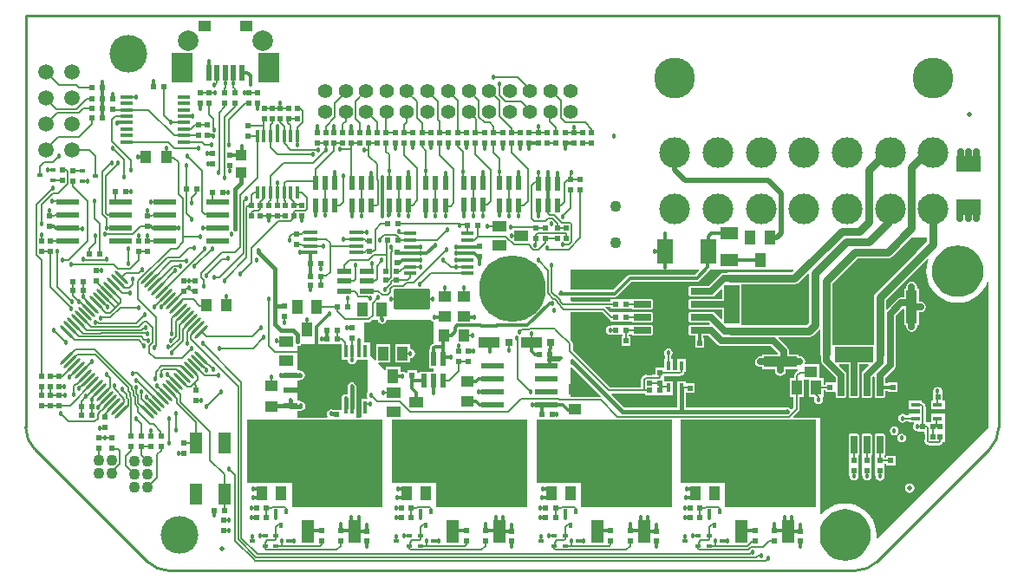
<source format=gtl>
%FSLAX23Y23*%
%MOIN*%
G70*
G01*
G75*
G04 Layer_Physical_Order=1*
G04 Layer_Color=255*
%ADD10R,0.020X0.020*%
%ADD11R,0.020X0.020*%
%ADD12R,0.022X0.057*%
%ADD13R,0.022X0.057*%
%ADD14R,0.055X0.039*%
%ADD15R,0.079X0.043*%
%ADD16R,0.031X0.031*%
%ADD17R,0.059X0.098*%
%ADD18R,0.098X0.059*%
%ADD19R,0.039X0.055*%
G04:AMPARAMS|DCode=20|XSize=142mil|YSize=79mil|CornerRadius=4mil|HoleSize=0mil|Usage=FLASHONLY|Rotation=180.000|XOffset=0mil|YOffset=0mil|HoleType=Round|Shape=RoundedRectangle|*
%AMROUNDEDRECTD20*
21,1,0.142,0.071,0,0,180.0*
21,1,0.134,0.079,0,0,180.0*
1,1,0.008,-0.067,0.035*
1,1,0.008,0.067,0.035*
1,1,0.008,0.067,-0.035*
1,1,0.008,-0.067,-0.035*
%
%ADD20ROUNDEDRECTD20*%
%ADD21R,0.020X0.014*%
%ADD22R,0.014X0.020*%
%ADD23R,0.057X0.018*%
%ADD24R,0.071X0.045*%
%ADD25C,0.020*%
%ADD26R,0.020X0.063*%
%ADD27R,0.083X0.114*%
%ADD28R,0.051X0.039*%
%ADD29R,0.055X0.024*%
%ADD30R,0.071X0.024*%
G04:AMPARAMS|DCode=31|XSize=75mil|YSize=126mil|CornerRadius=0mil|HoleSize=0mil|Usage=FLASHONLY|Rotation=90.000|XOffset=0mil|YOffset=0mil|HoleType=Round|Shape=Octagon|*
%AMOCTAGOND31*
4,1,8,-0.063,-0.019,-0.063,0.019,-0.044,0.037,0.044,0.037,0.063,0.019,0.063,-0.019,0.044,-0.037,-0.044,-0.037,-0.063,-0.019,0.0*
%
%ADD31OCTAGOND31*%

%ADD32R,0.017X0.050*%
%ADD33R,0.050X0.017*%
%ADD34R,0.087X0.024*%
G04:AMPARAMS|DCode=35|XSize=12mil|YSize=71mil|CornerRadius=0mil|HoleSize=0mil|Usage=FLASHONLY|Rotation=315.000|XOffset=0mil|YOffset=0mil|HoleType=Round|Shape=Round|*
%AMOVALD35*
21,1,0.059,0.012,0.000,0.000,45.0*
1,1,0.012,-0.021,-0.021*
1,1,0.012,0.021,0.021*
%
%ADD35OVALD35*%

G04:AMPARAMS|DCode=36|XSize=12mil|YSize=71mil|CornerRadius=0mil|HoleSize=0mil|Usage=FLASHONLY|Rotation=45.000|XOffset=0mil|YOffset=0mil|HoleType=Round|Shape=Round|*
%AMOVALD36*
21,1,0.059,0.012,0.000,0.000,135.0*
1,1,0.012,0.021,-0.021*
1,1,0.012,-0.021,0.021*
%
%ADD36OVALD36*%

%ADD37R,0.018X0.037*%
%ADD38R,0.037X0.018*%
G04:AMPARAMS|DCode=39|XSize=228mil|YSize=252mil|CornerRadius=17mil|HoleSize=0mil|Usage=FLASHONLY|Rotation=0.000|XOffset=0mil|YOffset=0mil|HoleType=Round|Shape=RoundedRectangle|*
%AMROUNDEDRECTD39*
21,1,0.228,0.218,0,0,0.0*
21,1,0.194,0.252,0,0,0.0*
1,1,0.034,0.097,-0.109*
1,1,0.034,-0.097,-0.109*
1,1,0.034,-0.097,0.109*
1,1,0.034,0.097,0.109*
%
%ADD39ROUNDEDRECTD39*%
G04:AMPARAMS|DCode=40|XSize=47mil|YSize=87mil|CornerRadius=4mil|HoleSize=0mil|Usage=FLASHONLY|Rotation=0.000|XOffset=0mil|YOffset=0mil|HoleType=Round|Shape=RoundedRectangle|*
%AMROUNDEDRECTD40*
21,1,0.047,0.080,0,0,0.0*
21,1,0.040,0.087,0,0,0.0*
1,1,0.007,0.020,-0.040*
1,1,0.007,-0.020,-0.040*
1,1,0.007,-0.020,0.040*
1,1,0.007,0.020,0.040*
%
%ADD40ROUNDEDRECTD40*%
%ADD41R,0.146X0.059*%
%ADD42R,0.059X0.146*%
G04:AMPARAMS|DCode=43|XSize=95mil|YSize=130mil|CornerRadius=7mil|HoleSize=0mil|Usage=FLASHONLY|Rotation=90.000|XOffset=0mil|YOffset=0mil|HoleType=Round|Shape=RoundedRectangle|*
%AMROUNDEDRECTD43*
21,1,0.095,0.116,0,0,90.0*
21,1,0.081,0.130,0,0,90.0*
1,1,0.014,0.058,0.040*
1,1,0.014,0.058,-0.040*
1,1,0.014,-0.058,-0.040*
1,1,0.014,-0.058,0.040*
%
%ADD43ROUNDEDRECTD43*%
G04:AMPARAMS|DCode=44|XSize=26mil|YSize=69mil|CornerRadius=2mil|HoleSize=0mil|Usage=FLASHONLY|Rotation=180.000|XOffset=0mil|YOffset=0mil|HoleType=Round|Shape=RoundedRectangle|*
%AMROUNDEDRECTD44*
21,1,0.026,0.065,0,0,180.0*
21,1,0.022,0.069,0,0,180.0*
1,1,0.004,-0.011,0.033*
1,1,0.004,0.011,0.033*
1,1,0.004,0.011,-0.033*
1,1,0.004,-0.011,-0.033*
%
%ADD44ROUNDEDRECTD44*%
%ADD45R,0.039X0.125*%
G04:AMPARAMS|DCode=46|XSize=95mil|YSize=130mil|CornerRadius=7mil|HoleSize=0mil|Usage=FLASHONLY|Rotation=0.000|XOffset=0mil|YOffset=0mil|HoleType=Round|Shape=RoundedRectangle|*
%AMROUNDEDRECTD46*
21,1,0.095,0.116,0,0,0.0*
21,1,0.081,0.130,0,0,0.0*
1,1,0.014,0.040,-0.058*
1,1,0.014,-0.040,-0.058*
1,1,0.014,-0.040,0.058*
1,1,0.014,0.040,0.058*
%
%ADD46ROUNDEDRECTD46*%
G04:AMPARAMS|DCode=47|XSize=26mil|YSize=69mil|CornerRadius=2mil|HoleSize=0mil|Usage=FLASHONLY|Rotation=90.000|XOffset=0mil|YOffset=0mil|HoleType=Round|Shape=RoundedRectangle|*
%AMROUNDEDRECTD47*
21,1,0.026,0.065,0,0,90.0*
21,1,0.022,0.069,0,0,90.0*
1,1,0.004,0.033,0.011*
1,1,0.004,0.033,-0.011*
1,1,0.004,-0.033,-0.011*
1,1,0.004,-0.033,0.011*
%
%ADD47ROUNDEDRECTD47*%
%ADD48R,0.125X0.039*%
%ADD49R,0.051X0.079*%
%ADD50R,0.043X0.039*%
%ADD51R,0.057X0.022*%
%ADD52R,0.057X0.022*%
%ADD53R,0.051X0.043*%
%ADD54R,0.043X0.051*%
%ADD55R,0.050X0.012*%
%ADD56C,0.006*%
%ADD57C,0.012*%
%ADD58C,0.016*%
%ADD59C,0.020*%
%ADD60C,0.025*%
%ADD61C,0.030*%
%ADD62C,0.010*%
%ADD63C,0.043*%
%ADD64C,0.145*%
%ADD65C,0.079*%
%ADD66C,0.256*%
%ADD67C,0.118*%
%ADD68C,0.157*%
%ADD69C,0.055*%
%ADD70C,0.059*%
%ADD71C,0.018*%
G36*
X341Y-412D02*
X340Y-415D01*
X340Y-415D01*
X229D01*
X225Y-411D01*
X225Y-303D01*
X230Y-301D01*
X341Y-412D01*
D02*
G37*
G36*
X1168Y-837D02*
X819D01*
Y-746D01*
X647D01*
Y-503D01*
X1168D01*
Y-837D01*
D02*
G37*
G36*
X1594Y181D02*
X1556Y144D01*
X1553Y142D01*
X1551Y139D01*
X1397Y-15D01*
X1392Y-23D01*
X1391Y-32D01*
Y-215D01*
X1233D01*
D01*
X1233D01*
X1232Y-214D01*
Y23D01*
X1327Y118D01*
X1443D01*
X1452Y119D01*
X1460Y124D01*
X1534Y199D01*
X1594D01*
Y181D01*
D02*
G37*
G36*
X-657Y-271D02*
X-633D01*
X-632Y-272D01*
X-631Y-278D01*
X-627Y-284D01*
X-621Y-288D01*
X-615Y-289D01*
X-608Y-288D01*
X-603Y-284D01*
X-599Y-278D01*
X-597Y-272D01*
X-597Y-271D01*
X-555D01*
Y-396D01*
X-555Y-396D01*
X-559Y-401D01*
X-560Y-408D01*
X-559Y-415D01*
X-556Y-419D01*
X-559Y-423D01*
X-580D01*
Y-489D01*
X-580D01*
Y-490D01*
X-583Y-494D01*
X-599D01*
Y-489D01*
X-599D01*
Y-457D01*
X-598Y-456D01*
Y-426D01*
X-598Y-422D01*
X-599Y-417D01*
Y-375D01*
X-599Y-375D01*
X-599Y-375D01*
Y-374D01*
X-600Y-368D01*
X-603Y-362D01*
X-609Y-359D01*
X-615Y-358D01*
X-615Y-358D01*
X-616Y-358D01*
X-623Y-359D01*
X-628Y-363D01*
X-632Y-368D01*
X-633Y-375D01*
X-632Y-382D01*
X-631Y-383D01*
Y-402D01*
X-635Y-406D01*
X-640Y-405D01*
X-647Y-406D01*
X-652Y-410D01*
X-656Y-415D01*
X-657Y-422D01*
X-657Y-425D01*
Y-456D01*
X-657Y-457D01*
Y-463D01*
X-657Y-464D01*
X-660Y-464D01*
X-660Y-464D01*
Y-464D01*
X-676D01*
X-677Y-464D01*
X-690D01*
X-695Y-463D01*
X-702Y-464D01*
X-707Y-468D01*
X-711Y-473D01*
X-712Y-480D01*
X-711Y-487D01*
X-709Y-490D01*
X-711Y-494D01*
X-827D01*
Y-469D01*
X-817D01*
Y-467D01*
X-816D01*
X-813Y-467D01*
X-811Y-467D01*
X-804Y-466D01*
X-799Y-462D01*
X-795Y-457D01*
X-794Y-450D01*
X-795Y-443D01*
X-799Y-438D01*
X-804Y-434D01*
X-811Y-433D01*
X-813Y-433D01*
X-817Y-430D01*
Y-429D01*
X-827D01*
Y-351D01*
X-817D01*
Y-350D01*
X-816Y-349D01*
X-816D01*
Y-349D01*
D01*
D01*
D01*
X-810Y-348D01*
X-809Y-347D01*
X-807Y-347D01*
X-802Y-343D01*
X-798Y-338D01*
X-797Y-331D01*
X-798Y-324D01*
X-802Y-319D01*
X-807Y-315D01*
X-814Y-314D01*
X-817Y-312D01*
Y-311D01*
X-827D01*
Y-222D01*
X-824Y-219D01*
X-817Y-218D01*
X-812Y-214D01*
X-811Y-213D01*
X-657D01*
Y-271D01*
D02*
G37*
G36*
X-498Y-837D02*
X-847D01*
Y-746D01*
X-1019D01*
Y-503D01*
X-498D01*
Y-837D01*
D02*
G37*
G36*
X1299Y-848D02*
X1317Y-854D01*
X1335Y-863D01*
X1350Y-875D01*
X1362Y-890D01*
X1371Y-907D01*
X1377Y-926D01*
X1379Y-945D01*
X1377Y-965D01*
X1371Y-983D01*
X1362Y-1000D01*
X1351Y-1013D01*
X1348Y-1017D01*
X1335Y-1028D01*
X1317Y-1037D01*
X1299Y-1042D01*
X1280Y-1044D01*
X1260Y-1042D01*
X1242Y-1037D01*
X1225Y-1028D01*
X1210Y-1015D01*
X1197Y-1000D01*
X1188Y-983D01*
X1185Y-972D01*
X1185Y-919D01*
X1188Y-907D01*
X1197Y-890D01*
X1210Y-875D01*
X1225Y-863D01*
X1242Y-854D01*
X1260Y-848D01*
X1280Y-846D01*
X1299Y-848D01*
D02*
G37*
G36*
X614Y-837D02*
X265D01*
Y-746D01*
X93D01*
Y-503D01*
X614D01*
Y-837D01*
D02*
G37*
G36*
X58D02*
X-291D01*
Y-746D01*
X-463D01*
Y-503D01*
X58D01*
Y-837D01*
D02*
G37*
G36*
X1142Y58D02*
Y-127D01*
X1131Y-138D01*
X882D01*
Y19D01*
X1086D01*
X1095Y20D01*
X1103Y25D01*
X1103Y25D01*
X1103Y25D01*
X1137Y60D01*
X1142Y58D01*
D02*
G37*
G36*
X1732Y166D02*
X1751Y160D01*
X1768Y151D01*
X1783Y139D01*
X1795Y124D01*
X1804Y106D01*
X1810Y88D01*
X1812Y69D01*
X1810Y49D01*
X1804Y31D01*
X1795Y14D01*
X1783Y-1D01*
X1768Y-14D01*
X1751Y-23D01*
X1732Y-29D01*
X1713Y-30D01*
X1693Y-29D01*
X1675Y-23D01*
X1658Y-14D01*
X1643Y-1D01*
X1630Y14D01*
X1621Y31D01*
X1616Y49D01*
X1614Y69D01*
X1616Y88D01*
X1621Y106D01*
X1630Y124D01*
X1643Y139D01*
X1658Y151D01*
X1675Y160D01*
X1693Y166D01*
X1713Y168D01*
X1732Y166D01*
D02*
G37*
G36*
X-310Y-122D02*
X-304Y-125D01*
X-303Y-126D01*
Y-208D01*
X-307Y-211D01*
X-307Y-211D01*
X-311Y-215D01*
X-314Y-220D01*
X-315Y-225D01*
X-315Y-225D01*
Y-232D01*
X-320D01*
Y-305D01*
X-303D01*
Y-317D01*
X-357D01*
Y-323D01*
X-367D01*
Y-313D01*
X-403D01*
Y-323D01*
X-410D01*
X-410Y-322D01*
X-416Y-318D01*
X-423Y-317D01*
X-426Y-318D01*
X-430Y-315D01*
Y-299D01*
X-486D01*
Y-311D01*
X-490Y-313D01*
X-515Y-288D01*
X-513Y-283D01*
X-468D01*
Y-212D01*
X-523D01*
Y-273D01*
X-528Y-275D01*
X-547Y-256D01*
Y-205D01*
X-569D01*
Y-128D01*
X-551D01*
X-551Y-128D01*
X-547Y-127D01*
X-544Y-124D01*
X-539Y-120D01*
X-517D01*
X-516Y-124D01*
X-512Y-129D01*
X-507Y-133D01*
X-500Y-134D01*
X-493Y-133D01*
X-488Y-129D01*
X-484Y-124D01*
X-483Y-120D01*
X-311D01*
X-310Y-122D01*
D02*
G37*
G36*
X719Y71D02*
X704Y56D01*
X453D01*
X453Y56D01*
X448Y55D01*
X443Y52D01*
X388Y-3D01*
X229D01*
X226Y1D01*
X226Y76D01*
X717D01*
X719Y71D01*
D02*
G37*
G36*
X1186Y-156D02*
Y-250D01*
X1187Y-259D01*
X1188Y-260D01*
Y-276D01*
X1188Y-276D01*
X1190Y-284D01*
X1194Y-291D01*
X1243Y-339D01*
Y-344D01*
X1243Y-344D01*
Y-360D01*
X1240D01*
Y-360D01*
X1204D01*
Y-367D01*
X1197D01*
Y-343D01*
X1182D01*
Y-289D01*
X1129D01*
X1126Y-285D01*
X1127Y-279D01*
X1125Y-271D01*
X1121Y-264D01*
X1114Y-260D01*
X1106Y-258D01*
X1102D01*
Y-252D01*
X1065D01*
Y-240D01*
X1065Y-240D01*
X1063Y-232D01*
X1059Y-225D01*
X1059Y-225D01*
X1023Y-189D01*
X1025Y-184D01*
X1141D01*
X1150Y-183D01*
X1158Y-178D01*
X1158Y-178D01*
X1158Y-178D01*
X1181Y-154D01*
X1186Y-156D01*
D02*
G37*
G36*
X1082Y71D02*
X1076Y65D01*
X837D01*
X828Y64D01*
X827Y63D01*
X816D01*
X816Y63D01*
X808Y61D01*
X801Y57D01*
X801Y57D01*
X758Y13D01*
X753D01*
X753Y13D01*
X688D01*
X684Y12D01*
X681Y10D01*
X678Y7D01*
X678Y3D01*
Y-19D01*
X678Y-23D01*
X681Y-26D01*
X684Y-28D01*
X688Y-29D01*
X753D01*
X753Y-29D01*
X766D01*
X766Y-29D01*
X774Y-27D01*
X781Y-23D01*
X803Y-1D01*
X807Y-3D01*
Y-37D01*
X753D01*
X753Y-37D01*
X688D01*
X684Y-37D01*
X681Y-40D01*
X678Y-43D01*
X678Y-47D01*
Y-68D01*
X678Y-72D01*
X681Y-76D01*
X684Y-78D01*
X688Y-79D01*
X753D01*
X753Y-79D01*
X807D01*
Y-113D01*
X803Y-115D01*
X781Y-93D01*
X774Y-89D01*
X766Y-87D01*
X766Y-87D01*
X753D01*
X753Y-87D01*
X688D01*
X684Y-88D01*
X681Y-90D01*
X678Y-93D01*
X678Y-97D01*
Y-119D01*
X678Y-123D01*
X681Y-126D01*
X684Y-128D01*
X688Y-129D01*
X753D01*
X753Y-129D01*
X758D01*
X761Y-132D01*
X759Y-137D01*
X753D01*
X753Y-137D01*
X688D01*
X684Y-138D01*
X681Y-140D01*
X678Y-143D01*
X678Y-147D01*
Y-169D01*
X678Y-173D01*
X681Y-176D01*
X684Y-178D01*
X688Y-179D01*
X706D01*
Y-190D01*
X703D01*
Y-226D01*
X739D01*
Y-190D01*
X735D01*
Y-179D01*
X753D01*
X753Y-179D01*
X755D01*
X790Y-214D01*
X790Y-214D01*
X797Y-218D01*
X797Y-218D01*
X797Y-218D01*
D01*
X797Y-218D01*
X797Y-218D01*
X805Y-220D01*
X805Y-220D01*
X994D01*
X1022Y-248D01*
X1020Y-252D01*
X961D01*
Y-258D01*
X955D01*
X947Y-260D01*
X940Y-264D01*
X936Y-271D01*
X934Y-279D01*
X936Y-287D01*
X940Y-294D01*
X947Y-298D01*
X955Y-300D01*
X961D01*
Y-308D01*
X1010D01*
Y-313D01*
X1012Y-321D01*
X1016Y-328D01*
X1023Y-332D01*
X1031Y-334D01*
X1039Y-332D01*
X1046Y-328D01*
X1050Y-321D01*
X1052Y-313D01*
Y-308D01*
X1099D01*
X1100Y-312D01*
X1099Y-313D01*
X1099Y-313D01*
X1087Y-325D01*
X1084Y-329D01*
X1083Y-333D01*
X1083Y-333D01*
Y-343D01*
X1067D01*
Y-414D01*
X1082D01*
Y-456D01*
X1076Y-462D01*
X1071Y-462D01*
X1069Y-459D01*
X1064Y-455D01*
X1057Y-454D01*
X1050Y-455D01*
X1050Y-455D01*
X668D01*
Y-407D01*
X668D01*
Y-399D01*
X701D01*
Y-363D01*
X668D01*
Y-354D01*
X635D01*
Y-407D01*
X635D01*
Y-455D01*
X430D01*
X381Y-406D01*
X383Y-401D01*
X510D01*
Y-408D01*
X546D01*
Y-408D01*
X546D01*
X546Y-408D01*
X550D01*
Y-408D01*
X586D01*
Y-407D01*
X617D01*
Y-354D01*
X586D01*
Y-343D01*
D01*
Y-343D01*
X586Y-343D01*
Y-339D01*
D01*
X586Y-334D01*
X646D01*
X646Y-334D01*
X650Y-333D01*
X654Y-331D01*
X660Y-325D01*
X662Y-322D01*
X662Y-320D01*
X668D01*
Y-267D01*
X635D01*
Y-312D01*
X617D01*
Y-267D01*
X611D01*
Y-259D01*
X612Y-258D01*
X616Y-253D01*
X617Y-246D01*
X616Y-239D01*
X612Y-234D01*
X607Y-230D01*
X600Y-229D01*
X593Y-230D01*
X588Y-234D01*
X584Y-239D01*
X583Y-246D01*
X584Y-253D01*
X588Y-258D01*
X589Y-259D01*
Y-267D01*
X584D01*
Y-303D01*
X550D01*
Y-330D01*
X513D01*
X513Y-330D01*
X509Y-331D01*
X505Y-333D01*
X505Y-333D01*
X499Y-339D01*
X497Y-343D01*
X496Y-347D01*
X496Y-347D01*
Y-379D01*
X377D01*
X233Y-235D01*
Y-210D01*
X233Y-210D01*
X232Y-206D01*
X230Y-202D01*
X230Y-202D01*
X226Y-198D01*
X226Y-89D01*
X346D01*
X373Y-116D01*
X377Y-118D01*
X379Y-119D01*
Y-126D01*
X415D01*
Y-126D01*
X415D01*
X415Y-126D01*
X419D01*
Y-126D01*
X455D01*
Y-126D01*
X460Y-126D01*
X460Y-126D01*
X463Y-128D01*
X467Y-129D01*
X532D01*
X536Y-128D01*
X539Y-126D01*
X542Y-123D01*
X542Y-119D01*
Y-97D01*
X542Y-93D01*
X539Y-90D01*
X536Y-88D01*
X532Y-87D01*
X467D01*
X463Y-88D01*
X460Y-90D01*
X460Y-90D01*
X455Y-90D01*
Y-90D01*
X419D01*
D01*
D01*
X419Y-90D01*
X415D01*
Y-90D01*
X379D01*
X379Y-90D01*
Y-90D01*
X379Y-90D01*
X359Y-70D01*
X359Y-69D01*
X379D01*
Y-76D01*
X415D01*
Y-76D01*
X415D01*
X415Y-76D01*
X419D01*
Y-76D01*
X455D01*
Y-76D01*
X460Y-76D01*
X460Y-76D01*
X463Y-78D01*
X467Y-79D01*
X532D01*
X536Y-78D01*
X539Y-76D01*
X542Y-73D01*
X542Y-69D01*
Y-47D01*
X542Y-43D01*
X539Y-40D01*
X536Y-38D01*
X532Y-37D01*
X467D01*
X463Y-38D01*
X460Y-40D01*
X460Y-40D01*
X455Y-40D01*
Y-40D01*
X419D01*
D01*
D01*
X419Y-40D01*
X415D01*
Y-40D01*
X379D01*
Y-47D01*
X229D01*
X226Y-43D01*
X226Y-31D01*
X394D01*
X394Y-31D01*
X399Y-30D01*
X404Y-27D01*
X459Y28D01*
X710D01*
X710Y28D01*
X715Y29D01*
X720Y32D01*
X762Y74D01*
X762Y74D01*
X763Y76D01*
X1080D01*
X1082Y71D01*
D02*
G37*
G36*
X1601Y115D02*
X1597Y106D01*
X1593Y88D01*
X1591Y69D01*
X1593Y50D01*
X1597Y31D01*
X1605Y13D01*
X1614Y-3D01*
X1627Y-17D01*
X1641Y-30D01*
X1658Y-40D01*
X1675Y-47D01*
X1694Y-51D01*
X1713Y-53D01*
X1732Y-51D01*
X1750Y-47D01*
X1768Y-40D01*
X1784Y-30D01*
X1799Y-17D01*
X1811Y-3D01*
X1821Y13D01*
X1827Y28D01*
X1832Y27D01*
Y-533D01*
X1405Y-960D01*
X1400Y-958D01*
X1401Y-945D01*
X1399Y-926D01*
X1395Y-908D01*
X1388Y-890D01*
X1378Y-874D01*
X1365Y-859D01*
X1351Y-847D01*
X1335Y-837D01*
X1317Y-830D01*
X1299Y-825D01*
X1280Y-824D01*
X1261Y-825D01*
X1242Y-830D01*
X1225Y-837D01*
X1208Y-847D01*
X1194Y-859D01*
X1189Y-865D01*
X1184Y-863D01*
X1184Y-495D01*
X1170D01*
X1168Y-495D01*
X1082D01*
X1080Y-490D01*
X1101Y-469D01*
X1101Y-469D01*
X1103Y-465D01*
X1104Y-461D01*
Y-414D01*
X1122D01*
Y-348D01*
X1142D01*
Y-414D01*
X1160D01*
X1162Y-419D01*
X1162Y-419D01*
X1161Y-426D01*
X1162Y-433D01*
X1166Y-438D01*
X1171Y-442D01*
X1178Y-443D01*
X1184Y-442D01*
X1185Y-442D01*
X1190Y-438D01*
X1194Y-433D01*
X1195Y-426D01*
X1194Y-419D01*
X1194Y-419D01*
X1196Y-414D01*
X1197D01*
Y-390D01*
X1204D01*
Y-396D01*
X1240D01*
D01*
X1240D01*
X1243Y-399D01*
Y-409D01*
X1244Y-413D01*
X1246Y-416D01*
X1249Y-419D01*
X1253Y-419D01*
X1275D01*
X1279Y-419D01*
X1282Y-416D01*
X1284Y-413D01*
X1285Y-409D01*
Y-344D01*
X1285Y-344D01*
Y-331D01*
X1285Y-331D01*
X1285Y-331D01*
Y-331D01*
X1285D01*
X1285Y-331D01*
X1283Y-323D01*
X1281Y-320D01*
X1279Y-316D01*
X1279Y-316D01*
X1257Y-294D01*
X1259Y-290D01*
X1293D01*
Y-324D01*
Y-344D01*
X1293Y-344D01*
Y-409D01*
X1293Y-413D01*
X1296Y-416D01*
X1299Y-419D01*
X1303Y-419D01*
X1324D01*
X1328Y-419D01*
X1332Y-416D01*
X1334Y-413D01*
X1335Y-409D01*
Y-344D01*
X1335Y-344D01*
Y-324D01*
Y-290D01*
X1369D01*
X1371Y-294D01*
X1349Y-316D01*
X1345Y-323D01*
X1343Y-331D01*
X1343Y-331D01*
Y-344D01*
X1343Y-344D01*
Y-409D01*
X1344Y-413D01*
X1346Y-416D01*
X1349Y-419D01*
X1353Y-419D01*
X1375D01*
X1379Y-419D01*
X1382Y-416D01*
X1384Y-413D01*
X1385Y-409D01*
Y-344D01*
X1385Y-344D01*
Y-339D01*
X1388Y-336D01*
X1393Y-338D01*
Y-344D01*
X1393Y-344D01*
Y-409D01*
X1394Y-413D01*
X1396Y-416D01*
X1399Y-419D01*
X1403Y-419D01*
X1425D01*
X1429Y-419D01*
X1432Y-416D01*
X1434Y-413D01*
X1435Y-409D01*
Y-392D01*
X1445D01*
Y-395D01*
X1481D01*
Y-359D01*
X1445D01*
Y-363D01*
X1435D01*
Y-344D01*
X1435Y-344D01*
Y-342D01*
X1470Y-307D01*
X1470Y-307D01*
X1474Y-300D01*
X1474Y-300D01*
X1474Y-300D01*
X1476Y-292D01*
X1476Y-292D01*
Y-103D01*
X1504Y-75D01*
X1508Y-77D01*
Y-139D01*
X1515D01*
Y-144D01*
X1517Y-152D01*
X1521Y-159D01*
X1528Y-163D01*
X1536Y-165D01*
X1544Y-163D01*
X1551Y-159D01*
X1555Y-152D01*
X1557Y-144D01*
Y-139D01*
X1564D01*
Y-90D01*
X1570D01*
X1578Y-88D01*
X1585Y-84D01*
X1589Y-77D01*
X1591Y-69D01*
X1589Y-61D01*
X1585Y-54D01*
X1578Y-50D01*
X1570Y-48D01*
X1564D01*
Y2D01*
X1557D01*
Y8D01*
X1555Y16D01*
X1551Y23D01*
X1544Y27D01*
X1536Y29D01*
X1528Y27D01*
X1521Y23D01*
X1517Y16D01*
X1515Y8D01*
Y2D01*
X1508D01*
Y-32D01*
X1496D01*
X1496Y-32D01*
X1488Y-34D01*
X1481Y-38D01*
X1481Y-38D01*
X1442Y-77D01*
X1437Y-75D01*
Y-42D01*
X1587Y107D01*
X1597Y118D01*
X1601Y115D01*
D02*
G37*
%LPC*%
G36*
X1325Y-555D02*
X1303D01*
X1299Y-555D01*
X1296Y-558D01*
X1294Y-561D01*
X1293Y-565D01*
Y-630D01*
X1294Y-634D01*
X1296Y-637D01*
X1296Y-637D01*
X1296Y-642D01*
X1296D01*
Y-678D01*
X1296Y-678D01*
X1296Y-682D01*
X1296D01*
Y-718D01*
X1296D01*
X1297Y-718D01*
X1297Y-719D01*
X1298Y-726D01*
X1302Y-731D01*
X1307Y-735D01*
X1314Y-736D01*
X1321Y-735D01*
X1326Y-731D01*
X1330Y-726D01*
X1331Y-719D01*
X1331Y-718D01*
X1332Y-718D01*
X1332D01*
Y-682D01*
D01*
Y-682D01*
X1332Y-682D01*
Y-678D01*
X1332D01*
Y-642D01*
X1332D01*
X1332Y-637D01*
X1332Y-637D01*
X1334Y-634D01*
X1335Y-630D01*
Y-565D01*
X1334Y-561D01*
X1332Y-558D01*
X1329Y-555D01*
X1325Y-555D01*
D02*
G37*
G36*
X1529Y-748D02*
X1522Y-749D01*
X1516Y-753D01*
X1512Y-759D01*
X1511Y-766D01*
X1512Y-773D01*
X1516Y-779D01*
X1522Y-783D01*
X1529Y-784D01*
X1536Y-783D01*
X1542Y-779D01*
X1546Y-773D01*
X1547Y-766D01*
X1546Y-759D01*
X1542Y-753D01*
X1536Y-749D01*
X1529Y-748D01*
D02*
G37*
G36*
X1636Y-375D02*
X1630Y-377D01*
X1624Y-380D01*
X1620Y-386D01*
X1619Y-393D01*
X1620Y-395D01*
X1619Y-396D01*
X1619D01*
Y-429D01*
X1610D01*
Y-462D01*
X1663D01*
Y-429D01*
X1655D01*
Y-396D01*
X1655D01*
X1653Y-395D01*
X1654Y-393D01*
X1652Y-386D01*
X1649Y-380D01*
X1643Y-377D01*
X1636Y-375D01*
D02*
G37*
G36*
X532Y-137D02*
X467D01*
X463Y-138D01*
X460Y-140D01*
X460Y-140D01*
X456Y-140D01*
Y-140D01*
X420D01*
D01*
D01*
X420Y-140D01*
X416D01*
Y-140D01*
X380D01*
Y-140D01*
X379Y-141D01*
X377Y-141D01*
X370Y-142D01*
X365Y-146D01*
X361Y-151D01*
X360Y-158D01*
X361Y-165D01*
X365Y-170D01*
X370Y-174D01*
X377Y-175D01*
X379Y-175D01*
X380Y-176D01*
Y-176D01*
X416D01*
Y-176D01*
X416D01*
X416Y-176D01*
X420D01*
Y-176D01*
X426D01*
Y-181D01*
X420D01*
Y-217D01*
X456D01*
Y-181D01*
X449D01*
Y-176D01*
X456D01*
Y-176D01*
X460Y-176D01*
X460Y-176D01*
X463Y-178D01*
X467Y-179D01*
X532D01*
X536Y-178D01*
X539Y-176D01*
X542Y-173D01*
X542Y-169D01*
Y-147D01*
X542Y-143D01*
X539Y-140D01*
X536Y-138D01*
X532Y-137D01*
D02*
G37*
G36*
X-393Y-212D02*
X-448D01*
Y-283D01*
X-393D01*
Y-267D01*
X-391Y-265D01*
X-384Y-264D01*
X-378Y-260D01*
X-375Y-254D01*
X-373Y-248D01*
X-375Y-241D01*
X-378Y-235D01*
X-384Y-232D01*
X-391Y-230D01*
X-393Y-229D01*
Y-212D01*
D02*
G37*
G36*
X1576Y-429D02*
X1523D01*
Y-462D01*
X1568D01*
Y-480D01*
X1523D01*
Y-486D01*
X1515D01*
X1514Y-485D01*
X1509Y-481D01*
X1502Y-480D01*
X1495Y-481D01*
X1490Y-485D01*
X1486Y-490D01*
X1485Y-497D01*
X1486Y-504D01*
X1490Y-509D01*
X1495Y-513D01*
X1502Y-514D01*
X1509Y-513D01*
X1514Y-509D01*
X1515Y-508D01*
X1523D01*
Y-513D01*
X1543D01*
X1545Y-518D01*
X1542Y-522D01*
X1541Y-529D01*
X1542Y-536D01*
X1546Y-541D01*
X1551Y-545D01*
X1558Y-546D01*
X1559Y-546D01*
X1559Y-547D01*
Y-547D01*
X1586D01*
Y-584D01*
X1586Y-584D01*
X1587Y-588D01*
X1589Y-592D01*
X1595Y-598D01*
X1595Y-598D01*
X1599Y-600D01*
X1603Y-601D01*
X1603Y-601D01*
X1640D01*
X1640Y-601D01*
X1644Y-600D01*
X1648Y-598D01*
X1654Y-592D01*
X1654Y-592D01*
X1656Y-588D01*
X1656Y-588D01*
X1656Y-588D01*
X1657Y-587D01*
X1664D01*
Y-551D01*
D01*
Y-551D01*
X1664Y-551D01*
Y-547D01*
X1664D01*
Y-511D01*
X1663D01*
Y-480D01*
X1610D01*
Y-511D01*
X1599D01*
D01*
D01*
X1599Y-511D01*
X1595D01*
D01*
X1590Y-511D01*
Y-451D01*
X1590Y-451D01*
X1589Y-447D01*
X1587Y-443D01*
X1581Y-437D01*
X1578Y-435D01*
X1576Y-435D01*
Y-429D01*
D02*
G37*
G36*
X1375Y-555D02*
X1353D01*
X1349Y-555D01*
X1346Y-558D01*
X1344Y-561D01*
X1343Y-565D01*
Y-630D01*
X1344Y-634D01*
X1346Y-637D01*
X1346Y-637D01*
X1346Y-642D01*
X1346D01*
Y-678D01*
X1346Y-678D01*
X1346Y-682D01*
X1346D01*
Y-718D01*
X1346D01*
X1347Y-718D01*
X1347Y-719D01*
X1348Y-726D01*
X1352Y-731D01*
X1357Y-735D01*
X1364Y-736D01*
X1371Y-735D01*
X1376Y-731D01*
X1380Y-726D01*
X1381Y-719D01*
X1381Y-718D01*
X1382Y-718D01*
X1382D01*
Y-682D01*
D01*
Y-682D01*
X1382Y-682D01*
Y-678D01*
X1382D01*
Y-642D01*
X1382D01*
X1382Y-637D01*
X1382Y-637D01*
X1384Y-634D01*
X1385Y-630D01*
Y-565D01*
X1384Y-561D01*
X1382Y-558D01*
X1379Y-555D01*
X1375Y-555D01*
D02*
G37*
G36*
X1425D02*
X1403D01*
X1399Y-555D01*
X1396Y-558D01*
X1394Y-561D01*
X1393Y-565D01*
Y-630D01*
X1394Y-634D01*
X1396Y-637D01*
X1396Y-637D01*
X1396Y-641D01*
X1396D01*
Y-677D01*
X1396Y-677D01*
X1396Y-681D01*
X1396D01*
Y-717D01*
X1396D01*
X1397Y-718D01*
X1397Y-720D01*
X1398Y-727D01*
X1402Y-732D01*
X1407Y-736D01*
X1414Y-737D01*
X1421Y-736D01*
X1426Y-732D01*
X1430Y-727D01*
X1431Y-720D01*
X1431Y-718D01*
X1432Y-717D01*
X1432D01*
Y-681D01*
D01*
Y-681D01*
X1432Y-681D01*
Y-677D01*
X1432D01*
Y-671D01*
X1437D01*
Y-677D01*
X1473D01*
Y-641D01*
X1437D01*
Y-648D01*
X1432D01*
Y-641D01*
X1432D01*
X1432Y-637D01*
X1432Y-637D01*
X1434Y-634D01*
X1435Y-630D01*
Y-565D01*
X1434Y-561D01*
X1432Y-558D01*
X1429Y-555D01*
X1425Y-555D01*
D02*
G37*
G36*
X1469Y-528D02*
X1462Y-529D01*
X1457Y-533D01*
X1453Y-538D01*
X1452Y-545D01*
X1453Y-552D01*
X1457Y-557D01*
X1462Y-561D01*
X1469Y-562D01*
X1476Y-561D01*
X1481Y-557D01*
X1485Y-561D01*
X1481Y-566D01*
X1480Y-573D01*
X1481Y-580D01*
X1485Y-585D01*
X1490Y-589D01*
X1497Y-590D01*
X1504Y-589D01*
X1509Y-585D01*
X1513Y-580D01*
X1514Y-573D01*
X1513Y-566D01*
X1509Y-561D01*
X1504Y-557D01*
X1497Y-556D01*
X1490Y-557D01*
X1485Y-561D01*
X1481Y-557D01*
X1485Y-552D01*
X1486Y-545D01*
X1485Y-538D01*
X1481Y-533D01*
X1476Y-529D01*
X1469Y-528D01*
D02*
G37*
%LPD*%
D10*
X-892Y655D02*
D03*
Y695D02*
D03*
X-872Y283D02*
D03*
Y323D02*
D03*
X-124Y125D02*
D03*
Y165D02*
D03*
X-441Y140D02*
D03*
Y100D02*
D03*
X-518Y603D02*
D03*
Y563D02*
D03*
X-584Y603D02*
D03*
Y563D02*
D03*
X-551Y603D02*
D03*
Y563D02*
D03*
X-618Y603D02*
D03*
Y563D02*
D03*
X-1014Y589D02*
D03*
Y629D02*
D03*
X-953Y695D02*
D03*
Y655D02*
D03*
X-968Y283D02*
D03*
Y323D02*
D03*
X-1001D02*
D03*
Y283D02*
D03*
X-827Y695D02*
D03*
Y655D02*
D03*
X-860Y695D02*
D03*
Y655D02*
D03*
X-808Y283D02*
D03*
Y323D02*
D03*
X-840Y283D02*
D03*
Y323D02*
D03*
X-170Y-278D02*
D03*
Y-238D02*
D03*
X-828Y212D02*
D03*
Y172D02*
D03*
X226Y380D02*
D03*
Y420D02*
D03*
X262Y380D02*
D03*
Y420D02*
D03*
X91Y235D02*
D03*
Y195D02*
D03*
X-548Y186D02*
D03*
Y146D02*
D03*
X209Y195D02*
D03*
Y235D02*
D03*
X127Y195D02*
D03*
Y235D02*
D03*
X175Y195D02*
D03*
Y235D02*
D03*
X-1536Y690D02*
D03*
Y730D02*
D03*
X-615Y-189D02*
D03*
Y-149D02*
D03*
X-675Y-442D02*
D03*
Y-482D02*
D03*
X553Y-931D02*
D03*
Y-970D02*
D03*
X1107Y-931D02*
D03*
Y-970D02*
D03*
X-1108Y-889D02*
D03*
Y-929D02*
D03*
X-1263Y-633D02*
D03*
Y-593D02*
D03*
X-1403Y241D02*
D03*
Y281D02*
D03*
X-1778Y240D02*
D03*
Y280D02*
D03*
X-207Y-238D02*
D03*
Y-278D02*
D03*
X-1205Y590D02*
D03*
Y630D02*
D03*
X-1810Y185D02*
D03*
Y145D02*
D03*
X-1435Y186D02*
D03*
Y146D02*
D03*
X933Y-968D02*
D03*
Y-929D02*
D03*
X1007Y-969D02*
D03*
Y-930D02*
D03*
X379Y-968D02*
D03*
Y-929D02*
D03*
X453Y-969D02*
D03*
Y-930D02*
D03*
X-177Y-968D02*
D03*
Y-929D02*
D03*
X-103Y-969D02*
D03*
Y-930D02*
D03*
X-3Y-970D02*
D03*
Y-931D02*
D03*
X-733Y-968D02*
D03*
Y-929D02*
D03*
X-659Y-969D02*
D03*
Y-930D02*
D03*
X-559Y-970D02*
D03*
Y-931D02*
D03*
X1222Y-378D02*
D03*
Y-418D02*
D03*
X528Y-361D02*
D03*
Y-321D02*
D03*
X568Y-361D02*
D03*
Y-321D02*
D03*
X683Y-381D02*
D03*
Y-341D02*
D03*
X1646Y-569D02*
D03*
Y-529D02*
D03*
X1364Y-660D02*
D03*
Y-700D02*
D03*
X1314Y-660D02*
D03*
Y-700D02*
D03*
X1414Y-699D02*
D03*
Y-659D02*
D03*
X1455D02*
D03*
Y-699D02*
D03*
X-1777Y145D02*
D03*
Y185D02*
D03*
X-1403Y146D02*
D03*
Y186D02*
D03*
X-979Y715D02*
D03*
Y755D02*
D03*
X-1198Y715D02*
D03*
Y755D02*
D03*
X-1171Y630D02*
D03*
Y590D02*
D03*
X-1085Y475D02*
D03*
Y515D02*
D03*
X-1464Y-565D02*
D03*
Y-605D02*
D03*
X-1424Y-565D02*
D03*
Y-605D02*
D03*
X-1689Y416D02*
D03*
Y456D02*
D03*
X-1729Y457D02*
D03*
Y417D02*
D03*
X1463Y-417D02*
D03*
Y-377D02*
D03*
X-1067Y756D02*
D03*
Y716D02*
D03*
X-1104Y755D02*
D03*
Y715D02*
D03*
X-1151Y521D02*
D03*
Y481D02*
D03*
X-1741Y-448D02*
D03*
Y-408D02*
D03*
X-1775Y-448D02*
D03*
Y-408D02*
D03*
X-1810Y-407D02*
D03*
Y-447D02*
D03*
X-1589Y-572D02*
D03*
Y-612D02*
D03*
X-1540Y-573D02*
D03*
Y-613D02*
D03*
X-484Y563D02*
D03*
Y603D02*
D03*
X-415Y563D02*
D03*
Y603D02*
D03*
X-385Y-291D02*
D03*
Y-331D02*
D03*
X-1166Y715D02*
D03*
Y755D02*
D03*
X-1011Y715D02*
D03*
Y755D02*
D03*
X-684Y603D02*
D03*
Y563D02*
D03*
X-717Y603D02*
D03*
Y563D02*
D03*
X-651Y603D02*
D03*
Y563D02*
D03*
X-1599Y73D02*
D03*
Y33D02*
D03*
X-381Y563D02*
D03*
Y603D02*
D03*
X-1566Y-533D02*
D03*
Y-493D02*
D03*
X-312Y603D02*
D03*
Y563D02*
D03*
X-244D02*
D03*
Y603D02*
D03*
X-209Y563D02*
D03*
Y603D02*
D03*
X-175D02*
D03*
Y563D02*
D03*
X-141Y603D02*
D03*
Y563D02*
D03*
X-106D02*
D03*
Y603D02*
D03*
X-72Y563D02*
D03*
Y603D02*
D03*
X-3D02*
D03*
Y563D02*
D03*
X237Y603D02*
D03*
Y563D02*
D03*
X-450Y603D02*
D03*
Y563D02*
D03*
X-750Y603D02*
D03*
Y563D02*
D03*
X-278Y603D02*
D03*
Y563D02*
D03*
X-347D02*
D03*
Y603D02*
D03*
X-37D02*
D03*
Y563D02*
D03*
X31D02*
D03*
Y603D02*
D03*
X203D02*
D03*
Y563D02*
D03*
X100Y603D02*
D03*
Y563D02*
D03*
X66Y603D02*
D03*
Y563D02*
D03*
X306D02*
D03*
Y603D02*
D03*
X272Y563D02*
D03*
Y603D02*
D03*
X169Y563D02*
D03*
Y603D02*
D03*
X134Y563D02*
D03*
Y603D02*
D03*
X-903Y283D02*
D03*
Y323D02*
D03*
X-1388Y-605D02*
D03*
Y-565D02*
D03*
X-1350Y-564D02*
D03*
Y-604D02*
D03*
X-935Y283D02*
D03*
Y323D02*
D03*
X-1775Y-376D02*
D03*
Y-336D02*
D03*
X-1741Y-376D02*
D03*
Y-336D02*
D03*
X-1262Y33D02*
D03*
X-1262Y-7D02*
D03*
X-1220Y-8D02*
D03*
Y32D02*
D03*
X-1810Y-376D02*
D03*
Y-336D02*
D03*
X-1214Y-429D02*
D03*
Y-389D02*
D03*
X-876Y-66D02*
D03*
Y-106D02*
D03*
X-923Y655D02*
D03*
Y695D02*
D03*
D11*
X-734Y98D02*
D03*
X-774D02*
D03*
X-1213Y386D02*
D03*
X-1253D02*
D03*
X-1586Y136D02*
D03*
X-1626D02*
D03*
X-735Y49D02*
D03*
X-775D02*
D03*
X-1577Y659D02*
D03*
X-1617D02*
D03*
X-479Y188D02*
D03*
X-439D02*
D03*
X-672Y-69D02*
D03*
X-632D02*
D03*
X-446Y68D02*
D03*
X-486D02*
D03*
X-173Y246D02*
D03*
X-133D02*
D03*
X-735Y16D02*
D03*
X-775D02*
D03*
X144Y-251D02*
D03*
X104D02*
D03*
X113Y-481D02*
D03*
X153D02*
D03*
X-1340Y777D02*
D03*
X-1380D02*
D03*
X-1145Y-851D02*
D03*
X-1105D02*
D03*
X-1525Y374D02*
D03*
X-1485D02*
D03*
X-1111Y372D02*
D03*
X-1151D02*
D03*
X683Y-879D02*
D03*
X722D02*
D03*
X683Y-842D02*
D03*
X722D02*
D03*
X129Y-879D02*
D03*
X168D02*
D03*
X129Y-842D02*
D03*
X168D02*
D03*
X-427Y-879D02*
D03*
X-388D02*
D03*
X-427Y-842D02*
D03*
X-388D02*
D03*
X-983Y-879D02*
D03*
X-944D02*
D03*
X-983Y-842D02*
D03*
X-944D02*
D03*
X528Y-390D02*
D03*
X568D02*
D03*
X438Y-199D02*
D03*
X398D02*
D03*
Y-158D02*
D03*
X438D02*
D03*
X437Y-108D02*
D03*
X397D02*
D03*
X437Y-58D02*
D03*
X397D02*
D03*
X1637Y-414D02*
D03*
X1597D02*
D03*
X1617Y-529D02*
D03*
X1577D02*
D03*
X1617Y-569D02*
D03*
X1577D02*
D03*
X-1577Y695D02*
D03*
X-1617D02*
D03*
X-1577Y733D02*
D03*
X-1617D02*
D03*
Y774D02*
D03*
X-1577D02*
D03*
X-671Y-192D02*
D03*
X-711D02*
D03*
X681Y-208D02*
D03*
X721D02*
D03*
X-1689Y-5D02*
D03*
X-1649D02*
D03*
X-446Y36D02*
D03*
X-486D02*
D03*
X-438Y250D02*
D03*
X-478D02*
D03*
X-1617Y-452D02*
D03*
X-1657D02*
D03*
X-1649Y27D02*
D03*
X-1689D02*
D03*
X-1657Y-484D02*
D03*
X-1617D02*
D03*
X-671Y-158D02*
D03*
X-711D02*
D03*
D12*
X-616Y407D02*
D03*
X-579D02*
D03*
X-542D02*
D03*
Y323D02*
D03*
X-579D02*
D03*
X-338Y-269D02*
D03*
X-301D02*
D03*
X-264D02*
D03*
Y-353D02*
D03*
X-301D02*
D03*
X174Y322D02*
D03*
X137D02*
D03*
X100D02*
D03*
Y406D02*
D03*
X137D02*
D03*
X-436Y323D02*
D03*
X-399D02*
D03*
Y407D02*
D03*
X-436D02*
D03*
X-473D02*
D03*
X-150Y324D02*
D03*
X-113D02*
D03*
Y408D02*
D03*
X-150D02*
D03*
X-187D02*
D03*
X-48Y407D02*
D03*
X-11D02*
D03*
X26D02*
D03*
Y323D02*
D03*
X-11D02*
D03*
X-331Y407D02*
D03*
X-294D02*
D03*
X-257D02*
D03*
Y323D02*
D03*
X-294D02*
D03*
X-755Y407D02*
D03*
X-718D02*
D03*
X-681D02*
D03*
Y323D02*
D03*
X-718D02*
D03*
D13*
X-616Y323D02*
D03*
X-338Y-353D02*
D03*
X174Y406D02*
D03*
X-473Y323D02*
D03*
X-187Y324D02*
D03*
X-48Y323D02*
D03*
X-331D02*
D03*
X-755D02*
D03*
D14*
X36Y204D02*
D03*
X-50Y167D02*
D03*
Y241D02*
D03*
X-782Y-238D02*
D03*
X-868Y-275D02*
D03*
Y-201D02*
D03*
X-369Y-434D02*
D03*
X-455Y-471D02*
D03*
Y-397D02*
D03*
D15*
X-88Y-206D02*
D03*
X74Y-204D02*
D03*
D16*
X-13Y-206D02*
D03*
X149Y-204D02*
D03*
D17*
X754Y145D02*
D03*
X588D02*
D03*
D18*
X1753Y481D02*
D03*
Y315D02*
D03*
D19*
X-458Y-334D02*
D03*
X-495Y-248D02*
D03*
X-421D02*
D03*
X953Y112D02*
D03*
X916Y198D02*
D03*
X990D02*
D03*
X-752Y-70D02*
D03*
X-826D02*
D03*
X-789Y-156D02*
D03*
X-962Y-785D02*
D03*
X-888D02*
D03*
X-925Y-698D02*
D03*
X-406Y-785D02*
D03*
X-332D02*
D03*
X-369Y-698D02*
D03*
X150Y-785D02*
D03*
X224D02*
D03*
X187Y-698D02*
D03*
X704Y-785D02*
D03*
X778D02*
D03*
X741Y-698D02*
D03*
X1132Y-465D02*
D03*
X1095Y-379D02*
D03*
X1169D02*
D03*
X-538Y-166D02*
D03*
X-575Y-80D02*
D03*
X-501D02*
D03*
D20*
X-386Y-37D02*
D03*
Y-171D02*
D03*
D21*
X-858Y-967D02*
D03*
X-908Y-987D02*
D03*
Y-948D02*
D03*
X-302Y-967D02*
D03*
X-352Y-987D02*
D03*
Y-948D02*
D03*
X254Y-967D02*
D03*
X204Y-987D02*
D03*
Y-948D02*
D03*
X808Y-967D02*
D03*
X758Y-987D02*
D03*
Y-948D02*
D03*
X-1000Y-967D02*
D03*
X-950Y-948D02*
D03*
Y-987D02*
D03*
X-444Y-967D02*
D03*
X-394Y-948D02*
D03*
Y-987D02*
D03*
X112Y-967D02*
D03*
X162Y-948D02*
D03*
Y-987D02*
D03*
X666Y-967D02*
D03*
X716Y-948D02*
D03*
Y-987D02*
D03*
X-1814Y437D02*
D03*
X-1764Y457D02*
D03*
Y417D02*
D03*
X-1603Y436D02*
D03*
X-1653Y416D02*
D03*
Y456D02*
D03*
D22*
X-889Y-907D02*
D03*
X-909Y-856D02*
D03*
X-869D02*
D03*
X-333Y-907D02*
D03*
X-353Y-856D02*
D03*
X-313D02*
D03*
X223Y-907D02*
D03*
X203Y-856D02*
D03*
X243D02*
D03*
X777Y-907D02*
D03*
X757Y-856D02*
D03*
X797D02*
D03*
D23*
X-774Y192D02*
D03*
Y166D02*
D03*
Y141D02*
D03*
X-600Y217D02*
D03*
Y192D02*
D03*
Y166D02*
D03*
Y141D02*
D03*
X-774Y217D02*
D03*
D24*
X833Y214D02*
D03*
Y110D02*
D03*
D25*
X-1115Y-1000D02*
D03*
X1758Y673D02*
D03*
X1529Y-766D02*
D03*
D26*
X-1165Y833D02*
D03*
X-1134D02*
D03*
X-1102D02*
D03*
X-1071D02*
D03*
X-1039D02*
D03*
D27*
X-1268Y850D02*
D03*
X-937D02*
D03*
D28*
X-1183Y1010D02*
D03*
X-1022D02*
D03*
D29*
X-852Y-331D02*
D03*
Y-449D02*
D03*
D30*
X-844Y-390D02*
D03*
D31*
X-746D02*
D03*
D32*
X-564Y-238D02*
D03*
X-589D02*
D03*
X-615D02*
D03*
X-640D02*
D03*
X-564Y-456D02*
D03*
X-589D02*
D03*
X-615D02*
D03*
X-640D02*
D03*
X-980Y371D02*
D03*
X-954D02*
D03*
X-929D02*
D03*
X-903D02*
D03*
X-877D02*
D03*
X-852D02*
D03*
X-826D02*
D03*
X-980Y589D02*
D03*
X-954D02*
D03*
X-929D02*
D03*
X-903D02*
D03*
X-877D02*
D03*
X-852D02*
D03*
X-826D02*
D03*
D33*
X-173Y60D02*
D03*
Y86D02*
D03*
Y111D02*
D03*
Y137D02*
D03*
Y163D02*
D03*
Y188D02*
D03*
Y214D02*
D03*
X-391Y60D02*
D03*
Y86D02*
D03*
Y111D02*
D03*
Y137D02*
D03*
Y163D02*
D03*
Y188D02*
D03*
Y214D02*
D03*
D34*
X-74Y-344D02*
D03*
Y-394D02*
D03*
Y-444D02*
D03*
X130Y-294D02*
D03*
Y-344D02*
D03*
Y-394D02*
D03*
Y-444D02*
D03*
X-74Y-294D02*
D03*
X-1708Y335D02*
D03*
X-1504Y185D02*
D03*
Y235D02*
D03*
Y285D02*
D03*
Y335D02*
D03*
X-1708Y185D02*
D03*
Y235D02*
D03*
Y285D02*
D03*
X-1336Y286D02*
D03*
Y236D02*
D03*
Y186D02*
D03*
X-1132Y336D02*
D03*
Y286D02*
D03*
Y236D02*
D03*
Y186D02*
D03*
X-1336Y336D02*
D03*
D35*
X-1403Y45D02*
D03*
X-1389Y31D02*
D03*
X-1375Y17D02*
D03*
X-1361Y3D02*
D03*
X-1347Y-11D02*
D03*
X-1333Y-25D02*
D03*
X-1319Y-39D02*
D03*
X-1305Y-53D02*
D03*
X-1291Y-67D02*
D03*
X-1277Y-81D02*
D03*
X-1263Y-95D02*
D03*
X-1250Y-109D02*
D03*
X-1236Y-122D02*
D03*
X-1222Y-136D02*
D03*
X-1208Y-150D02*
D03*
X-1194Y-164D02*
D03*
X-1503Y-473D02*
D03*
X-1517Y-459D02*
D03*
X-1531Y-445D02*
D03*
X-1545Y-431D02*
D03*
X-1559Y-418D02*
D03*
X-1572Y-404D02*
D03*
X-1586Y-390D02*
D03*
X-1600Y-376D02*
D03*
X-1614Y-362D02*
D03*
X-1628Y-348D02*
D03*
X-1642Y-334D02*
D03*
X-1656Y-320D02*
D03*
X-1670Y-306D02*
D03*
X-1684Y-292D02*
D03*
X-1698Y-278D02*
D03*
X-1712Y-264D02*
D03*
D36*
X-1194D02*
D03*
X-1208Y-278D02*
D03*
X-1222Y-292D02*
D03*
X-1236Y-306D02*
D03*
X-1250Y-320D02*
D03*
X-1263Y-334D02*
D03*
X-1277Y-348D02*
D03*
X-1291Y-362D02*
D03*
X-1305Y-376D02*
D03*
X-1319Y-390D02*
D03*
X-1333Y-404D02*
D03*
X-1347Y-418D02*
D03*
X-1361Y-431D02*
D03*
X-1375Y-445D02*
D03*
X-1389Y-459D02*
D03*
X-1403Y-473D02*
D03*
X-1712Y-164D02*
D03*
X-1698Y-150D02*
D03*
X-1684Y-136D02*
D03*
X-1670Y-122D02*
D03*
X-1656Y-109D02*
D03*
X-1642Y-95D02*
D03*
X-1628Y-81D02*
D03*
X-1614Y-67D02*
D03*
X-1600Y-53D02*
D03*
X-1586Y-39D02*
D03*
X-1572Y-25D02*
D03*
X-1559Y-11D02*
D03*
X-1545Y3D02*
D03*
X-1531Y17D02*
D03*
X-1517Y31D02*
D03*
X-1503Y45D02*
D03*
D37*
X652Y-380D02*
D03*
X600D02*
D03*
X652Y-294D02*
D03*
X626D02*
D03*
X600D02*
D03*
D38*
X1636Y-445D02*
D03*
Y-497D02*
D03*
X1550Y-445D02*
D03*
Y-471D02*
D03*
Y-497D02*
D03*
D39*
X418Y-684D02*
D03*
X972D02*
D03*
X-694D02*
D03*
X-138D02*
D03*
D40*
X328Y-932D02*
D03*
X508D02*
D03*
X1062D02*
D03*
X882D02*
D03*
X-784D02*
D03*
X-604D02*
D03*
X-48D02*
D03*
X-228D02*
D03*
D41*
X1314Y-252D02*
D03*
Y-6D02*
D03*
D42*
X1091Y-58D02*
D03*
X845D02*
D03*
D43*
X1339Y-487D02*
D03*
D44*
X1314Y-597D02*
D03*
X1364D02*
D03*
X1414D02*
D03*
X1264Y-377D02*
D03*
X1314D02*
D03*
X1364D02*
D03*
X1414D02*
D03*
X1264Y-597D02*
D03*
D45*
X1536Y-305D02*
D03*
Y-69D02*
D03*
D46*
X610Y-83D02*
D03*
D47*
X500Y-58D02*
D03*
Y-108D02*
D03*
Y-158D02*
D03*
X720Y-8D02*
D03*
Y-58D02*
D03*
Y-108D02*
D03*
Y-158D02*
D03*
X500Y-8D02*
D03*
D48*
X1031Y-280D02*
D03*
X795D02*
D03*
D49*
X-1106Y-788D02*
D03*
Y-592D02*
D03*
X-1216D02*
D03*
Y-788D02*
D03*
D50*
X-1041Y448D02*
D03*
Y514D02*
D03*
D51*
X-560Y67D02*
D03*
Y30D02*
D03*
Y-7D02*
D03*
X-644D02*
D03*
Y30D02*
D03*
D52*
X-644Y67D02*
D03*
D53*
X242Y-385D02*
D03*
Y-463D02*
D03*
X-172Y-433D02*
D03*
Y-355D02*
D03*
X-927Y-373D02*
D03*
Y-451D02*
D03*
X-260Y-106D02*
D03*
Y-28D02*
D03*
X-184Y-105D02*
D03*
Y-27D02*
D03*
X1148Y-240D02*
D03*
Y-318D02*
D03*
D54*
X-185Y-178D02*
D03*
X-263D02*
D03*
X-1408Y507D02*
D03*
X-1330D02*
D03*
X-1099Y-63D02*
D03*
X-1177D02*
D03*
D55*
X-1483Y564D02*
D03*
X-1263D02*
D03*
Y590D02*
D03*
Y614D02*
D03*
Y640D02*
D03*
Y664D02*
D03*
Y689D02*
D03*
X-1483Y590D02*
D03*
Y614D02*
D03*
Y640D02*
D03*
Y664D02*
D03*
Y689D02*
D03*
Y715D02*
D03*
Y739D02*
D03*
X-1263Y715D02*
D03*
Y739D02*
D03*
D56*
X-1424Y-638D02*
X-1403Y-659D01*
X-1424Y-638D02*
Y-605D01*
X-1402Y-761D02*
X-1365Y-724D01*
X-1186Y236D02*
X-1132D01*
X-1559Y235D02*
X-1504D01*
X-1653Y416D02*
X-1631D01*
X-1784Y457D02*
X-1764D01*
X-1687Y535D02*
X-1625D01*
X-1603Y513D01*
Y436D02*
Y513D01*
X-1653Y456D02*
X-1652D01*
X-1689D02*
X-1653D01*
X-1764Y417D02*
X-1730D01*
X-1729Y-336D02*
X-1684Y-291D01*
X-1739Y-336D02*
X-1729D01*
X-1739D02*
X-1738Y-337D01*
X-1741Y-376D02*
X-1722D01*
X-1741Y-447D02*
X-1700D01*
X-1810D02*
X-1741D01*
Y-336D02*
X-1739D01*
X-1775D02*
X-1741D01*
X-1775Y-408D02*
X-1720D01*
X-1775Y-406D02*
Y-376D01*
X-1810Y-407D02*
Y-376D01*
X-1617Y-420D02*
X-1586Y-390D01*
X-1588Y-534D02*
X-1570D01*
X-1588Y-534D02*
X-1588Y-534D01*
X-876Y-127D02*
Y-106D01*
X1149Y-239D02*
Y-209D01*
X1148Y-240D02*
X1149Y-239D01*
X1107Y-321D02*
X1147D01*
X1095Y-333D02*
X1107Y-321D01*
X1095Y-379D02*
Y-333D01*
X1169Y-378D02*
X1222D01*
X1168D02*
X1169D01*
X1178Y-422D02*
Y-415D01*
X1169Y-406D02*
X1178Y-415D01*
X1169Y-406D02*
Y-379D01*
X1093Y-461D02*
Y-386D01*
X-1291Y-67D02*
X-1264Y-40D01*
X-1239Y32D02*
X-1220D01*
X-1305Y-53D02*
X-1248Y4D01*
X-1241Y3D02*
X-1230Y-8D01*
X-1220D01*
X-1649Y27D02*
Y30D01*
Y-5D02*
Y27D01*
X-1689Y-5D02*
Y21D01*
X-1248Y4D02*
X-1244D01*
X-1262Y33D02*
X-1241D01*
X-1403Y281D02*
Y301D01*
X-1778Y280D02*
Y301D01*
X-1525Y338D02*
X-1525Y338D01*
Y374D01*
X-1151Y340D02*
X-1150Y339D01*
X-1151Y340D02*
Y372D01*
X-1150Y371D01*
X-1111Y372D02*
X-1092D01*
X-1435Y146D02*
X-1404D01*
X-1435Y186D02*
Y205D01*
X-1403Y186D02*
Y205D01*
X-1401Y186D02*
X-1336D01*
X-1777Y185D02*
X-1708D01*
X-1810Y145D02*
X-1781D01*
X-1324Y-329D02*
X-1291Y-362D01*
X-1649Y-29D02*
Y-5D01*
X-1665Y-48D02*
X-1661D01*
X-1628Y-81D01*
X-1671Y-121D02*
X-1670Y-122D01*
X-1208Y-349D02*
Y-334D01*
X-1249Y-376D02*
X-1235D01*
X-1277Y-348D02*
X-1249Y-376D01*
X-1601Y31D02*
Y35D01*
Y31D02*
X-1559Y-11D01*
X-1512Y-58D02*
Y-58D01*
X-1559Y-11D02*
X-1512Y-58D01*
X-1526Y-71D02*
X-1526D01*
X-1572Y-25D02*
X-1526Y-71D01*
X-1405Y281D02*
X-1387D01*
X-1382Y286D01*
X-1336D01*
X-1775Y280D02*
X-1763D01*
X-1758Y285D01*
X-1708D01*
X-1085Y455D02*
Y475D01*
X-927Y-373D02*
Y-340D01*
X1169Y-379D02*
Y-378D01*
X1168Y-378D02*
X1168Y-378D01*
X1463Y-434D02*
Y-417D01*
X1460Y-437D02*
X1463Y-434D01*
X1458Y-437D02*
X1460D01*
X656Y-203D02*
X661Y-208D01*
X681D01*
X226Y420D02*
Y446D01*
X215Y421D02*
X225D01*
X201Y407D02*
X215Y421D01*
X201Y334D02*
Y407D01*
X231Y420D02*
X262D01*
X-1298Y590D02*
X-1257D01*
X-1534Y691D02*
X-1533Y689D01*
X-1483D01*
X-1536Y730D02*
Y749D01*
X-870Y414D02*
X-756D01*
X-551Y513D02*
Y563D01*
X-569Y536D02*
X-553D01*
X-618Y429D02*
Y563D01*
X-661Y539D02*
X-620D01*
X-684Y532D02*
Y563D01*
X-756Y460D02*
X-684Y532D01*
Y563D02*
X-654D01*
X-877Y560D02*
Y589D01*
X-756Y414D02*
Y460D01*
Y409D02*
Y414D01*
X-954Y589D02*
Y650D01*
X-1014Y629D02*
X-955D01*
X-892Y695D02*
X-860D01*
X-923D02*
X-892D01*
X-953D02*
X-923D01*
X-892D02*
Y714D01*
X-826Y589D02*
Y623D01*
X-826Y694D02*
X-815D01*
X-807Y686D01*
Y642D02*
Y686D01*
X-826Y623D02*
X-807Y642D01*
X-860Y654D02*
X-859Y655D01*
X-861Y639D02*
Y655D01*
X-859Y655D02*
X-827D01*
X-861Y639D02*
X-852Y630D01*
Y589D02*
Y630D01*
X-891Y640D02*
Y653D01*
Y640D02*
X-877Y626D01*
Y589D02*
Y626D01*
X-923Y637D02*
Y655D01*
X-929Y631D02*
X-923Y637D01*
X-1014Y589D02*
X-984D01*
X-789Y308D02*
Y351D01*
X-795Y302D02*
X-789Y308D01*
X-826Y372D02*
X-810D01*
X-789Y351D01*
X-834Y302D02*
X-795D01*
X-840Y296D02*
X-834Y302D01*
X-840Y283D02*
Y296D01*
X-808Y265D02*
Y283D01*
X-902D02*
X-872D01*
X-839Y324D02*
Y335D01*
X-852Y348D02*
X-839Y335D01*
X-852Y348D02*
Y371D01*
X-837Y324D02*
X-809D01*
X-808Y323D01*
X-935Y283D02*
X-903D01*
X-968Y327D02*
Y334D01*
X-954Y348D01*
Y371D01*
X-935Y325D02*
Y337D01*
X-929Y343D01*
Y371D01*
X-968Y283D02*
X-935D01*
X-718Y323D02*
Y407D01*
X-1667Y586D02*
X-1617Y636D01*
Y659D01*
X-1792Y636D02*
X-1749Y679D01*
X-1666D01*
X-1650Y695D01*
X-1617D01*
X-1795Y735D02*
X-1753Y693D01*
X-1674D01*
X-1634Y733D01*
X-1617D01*
X-1793Y836D02*
X-1741Y784D01*
X-1676D01*
X-1666Y774D01*
X-1617D01*
X-1108Y435D02*
X-1107Y436D01*
X-1108Y430D02*
Y435D01*
X100Y605D02*
Y629D01*
Y406D02*
Y448D01*
X87Y411D02*
X99D01*
X73Y397D02*
X87Y411D01*
X-189Y410D02*
Y451D01*
X-473Y420D02*
Y454D01*
X-473Y454D02*
Y517D01*
X-332Y454D02*
Y532D01*
X-347Y547D02*
X-332Y532D01*
X-347Y547D02*
Y563D01*
X-331Y453D02*
Y454D01*
Y407D02*
Y453D01*
X-332Y454D02*
X-331Y453D01*
X-331Y453D01*
X-189Y451D02*
Y528D01*
X-209Y548D02*
X-189Y528D01*
X-209Y548D02*
Y563D01*
X-48Y452D02*
Y502D01*
X-72Y526D02*
X-48Y502D01*
X-72Y526D02*
Y563D01*
X-48Y407D02*
Y409D01*
Y416D02*
X-48Y416D01*
X-399Y281D02*
Y323D01*
X-257Y281D02*
Y323D01*
X-113Y282D02*
Y324D01*
X26Y282D02*
Y323D01*
X238Y623D02*
Y624D01*
Y606D02*
Y623D01*
Y606D02*
X240Y604D01*
X280Y642D02*
X306Y616D01*
X204Y642D02*
X280D01*
X187Y659D02*
X204Y642D01*
X237Y603D02*
X272D01*
X100D02*
X134D01*
X100Y605D02*
X101Y604D01*
X-386Y-37D02*
X-304D01*
X-207Y-238D02*
Y-220D01*
X-564Y-444D02*
X-562Y-442D01*
X-564Y-456D02*
Y-444D01*
X-494Y-397D02*
X-455D01*
X-421Y-248D02*
X-391D01*
X-615Y-272D02*
Y-238D01*
X-204Y-277D02*
X-203Y-278D01*
X-170D01*
X-206Y-316D02*
Y-278D01*
X-243Y-353D02*
X-206Y-316D01*
X-264Y-353D02*
X-243D01*
X-671Y-191D02*
Y-158D01*
X-150Y282D02*
Y324D01*
X-717Y563D02*
X-714D01*
X-717Y561D02*
X-716Y562D01*
X-717Y534D02*
Y561D01*
X-661Y323D02*
X-650Y334D01*
X-681Y323D02*
X-661D01*
X-684Y563D02*
Y564D01*
X-639Y646D02*
Y675D01*
X-651Y634D02*
X-639Y646D01*
X-651Y603D02*
Y634D01*
X-717Y604D02*
Y624D01*
X-681Y660D01*
X-618Y563D02*
X-585D01*
X-540Y321D02*
X-522D01*
X-618Y429D02*
X-617Y428D01*
X-579Y323D02*
Y407D01*
Y284D02*
Y323D01*
X-718Y282D02*
Y323D01*
X-681Y716D02*
X-644Y753D01*
X-681Y660D02*
Y716D01*
X-602Y722D02*
X-564Y760D01*
X-602Y655D02*
Y722D01*
Y655D02*
X-584Y637D01*
Y603D02*
Y637D01*
X-558Y681D02*
X-518Y641D01*
Y603D02*
Y641D01*
X-551Y563D02*
X-519D01*
X-750D02*
X-717D01*
X721Y-877D02*
X722D01*
X720Y-875D02*
X721Y-877D01*
X722Y-878D02*
X722Y-878D01*
Y-877D01*
X663Y-842D02*
X683D01*
X722Y-877D02*
Y-842D01*
X1007Y-969D02*
Y-969D01*
X767Y-906D02*
X778D01*
X746Y-837D02*
X791D01*
X797Y-842D01*
X741D02*
X746Y-837D01*
X722Y-842D02*
X741D01*
X797Y-854D02*
Y-842D01*
X666Y-967D02*
Y-951D01*
X781Y-985D02*
Y-968D01*
X696Y-948D02*
X716D01*
X758Y-915D02*
X767Y-906D01*
X758Y-961D02*
Y-915D01*
X753Y-966D02*
X758Y-961D01*
X725Y-966D02*
X753D01*
X717Y-974D02*
X725Y-966D01*
X717Y-988D02*
Y-974D01*
X716Y-999D02*
Y-987D01*
Y-999D02*
X721Y-1003D01*
X1063Y-931D02*
Y-931D01*
X167Y-877D02*
X168D01*
X166Y-875D02*
X167Y-877D01*
X168Y-878D02*
X168Y-878D01*
Y-877D01*
X109Y-842D02*
X129D01*
X168Y-877D02*
Y-842D01*
X453Y-969D02*
Y-969D01*
X213Y-906D02*
X224D01*
X192Y-837D02*
X237D01*
X243Y-842D01*
X187D02*
X192Y-837D01*
X168Y-842D02*
X187D01*
X243Y-854D02*
Y-842D01*
X112Y-967D02*
Y-951D01*
X379Y-982D02*
Y-969D01*
X374Y-987D02*
X379Y-982D01*
X227Y-985D02*
Y-968D01*
X142Y-948D02*
X162D01*
X204Y-987D02*
X374D01*
X204Y-915D02*
X213Y-906D01*
X204Y-961D02*
Y-915D01*
X199Y-966D02*
X204Y-961D01*
X453Y-987D02*
Y-969D01*
X437Y-1003D02*
X453Y-987D01*
X171Y-966D02*
X199D01*
X163Y-974D02*
X171Y-966D01*
X163Y-988D02*
Y-974D01*
X167Y-1003D02*
X437D01*
X162Y-999D02*
Y-987D01*
Y-999D02*
X167Y-1003D01*
X509Y-931D02*
Y-931D01*
X-389Y-877D02*
X-388D01*
X-390Y-875D02*
X-389Y-877D01*
X-388Y-878D02*
X-388Y-878D01*
Y-877D01*
X-447Y-842D02*
X-427D01*
X-388Y-877D02*
Y-842D01*
X-103Y-969D02*
Y-969D01*
X-343Y-906D02*
X-332D01*
X-364Y-837D02*
X-319D01*
X-313Y-842D01*
X-369D02*
X-364Y-837D01*
X-388Y-842D02*
X-369D01*
X-313Y-854D02*
Y-842D01*
X-444Y-967D02*
Y-951D01*
X-177Y-982D02*
Y-969D01*
X-182Y-987D02*
X-177Y-982D01*
X-329Y-985D02*
Y-968D01*
X-414Y-948D02*
X-394D01*
X-352Y-987D02*
X-182D01*
X-352Y-915D02*
X-343Y-906D01*
X-352Y-961D02*
Y-915D01*
X-357Y-966D02*
X-352Y-961D01*
X-103Y-987D02*
Y-969D01*
X-119Y-1003D02*
X-103Y-987D01*
X-385Y-966D02*
X-357D01*
X-393Y-974D02*
X-385Y-966D01*
X-393Y-988D02*
Y-974D01*
X-389Y-1003D02*
X-119D01*
X-394Y-999D02*
Y-987D01*
Y-999D02*
X-389Y-1003D01*
X-47Y-931D02*
Y-931D01*
X-1000Y-967D02*
Y-951D01*
X-944Y-842D02*
X-925D01*
X-869Y-854D02*
Y-842D01*
X-875Y-837D02*
X-869Y-842D01*
X-920Y-837D02*
X-875D01*
X-925Y-842D02*
X-920Y-837D01*
X-908Y-987D02*
X-738D01*
X-970Y-948D02*
X-950D01*
X-885Y-985D02*
Y-968D01*
X-899Y-906D02*
X-888D01*
X-908Y-961D02*
Y-915D01*
X-949Y-988D02*
Y-974D01*
X-950Y-999D02*
Y-987D01*
X-949Y-974D02*
X-941Y-966D01*
X-913D01*
X-659Y-969D02*
Y-969D01*
Y-987D02*
Y-969D01*
X-675Y-1003D02*
X-659Y-987D01*
X-945Y-1003D02*
X-675D01*
X-950Y-999D02*
X-945Y-1003D01*
X-733Y-982D02*
Y-969D01*
X-738Y-987D02*
X-733Y-982D01*
X-908Y-915D02*
X-899Y-906D01*
X-913Y-966D02*
X-908Y-961D01*
X-945Y-877D02*
X-944D01*
Y-842D01*
Y-878D02*
Y-877D01*
X-946Y-875D02*
X-945Y-877D01*
X-944Y-878D02*
X-944Y-878D01*
X-1426Y-396D02*
Y-394D01*
Y-422D02*
Y-396D01*
X-1348Y-295D02*
X-1276D01*
X984Y-1034D02*
X986D01*
X-1276Y-295D02*
X-1253Y-318D01*
X-1291Y-307D02*
X-1267Y-331D01*
X-1312Y-198D02*
X-1309D01*
X-1310Y-113D02*
X-1277Y-81D01*
X-1310Y-168D02*
Y-113D01*
X-1401Y-170D02*
X-1400Y-171D01*
X-1456Y-322D02*
X-1442D01*
X-1517Y31D02*
X-1492Y6D01*
X-1410Y-148D02*
X-1410Y-148D01*
X528Y-390D02*
X529D01*
X-1288Y-438D02*
Y-421D01*
X-1366Y-371D02*
X-1333Y-404D01*
X-1417Y-148D02*
X-1410D01*
X-1426Y-422D02*
X-1389Y-459D01*
X-1445Y-351D02*
X-1441D01*
X-1406Y-414D02*
X-1375Y-445D01*
X-1319Y-390D02*
X-1288Y-421D01*
X-1427Y-158D02*
X-1417Y-148D01*
X652Y-380D02*
X683D01*
X-603Y-931D02*
Y-931D01*
X457Y-8D02*
X500D01*
X438Y-158D02*
X500D01*
X508D01*
X438Y-199D02*
Y-164D01*
X377Y-199D02*
X398D01*
X377Y-158D02*
X398D01*
X683Y-341D02*
X705D01*
X530Y-361D02*
X565D01*
X626Y-294D02*
Y-265D01*
X652Y-317D02*
Y-294D01*
X646Y-323D02*
X652Y-317D01*
X510Y-321D02*
X528D01*
X530D01*
X507Y-347D02*
X513Y-341D01*
X563D01*
X567Y-337D01*
Y-323D01*
X568Y-389D02*
Y-376D01*
Y-375D02*
Y-361D01*
Y-375D02*
X599D01*
X600Y-376D01*
X437Y-58D02*
X496D01*
X437Y-108D02*
X500D01*
X507D01*
X600Y-293D02*
Y-246D01*
X1502Y-497D02*
X1549D01*
X1597Y-414D02*
Y-392D01*
X1640Y-590D02*
X1646Y-584D01*
X1603Y-590D02*
X1640D01*
X1646Y-584D02*
Y-569D01*
X1597Y-584D02*
X1603Y-590D01*
X1597Y-584D02*
Y-534D01*
X1593Y-530D02*
X1597Y-534D01*
X1579Y-530D02*
X1593D01*
X1632Y-529D02*
X1645D01*
X1617D02*
X1631D01*
Y-498D01*
X1314Y-660D02*
Y-601D01*
X1364Y-660D02*
Y-597D01*
Y-590D01*
X1414Y-659D02*
Y-597D01*
Y-589D01*
X1631Y-498D02*
X1632Y-497D01*
X1573Y-445D02*
X1579Y-451D01*
X1550Y-445D02*
X1573D01*
X1521Y-471D02*
X1550D01*
X1617Y-567D02*
Y-532D01*
X1414Y-720D02*
Y-699D01*
X1420Y-659D02*
X1455D01*
Y-720D02*
Y-699D01*
X1577Y-587D02*
Y-569D01*
Y-567D01*
X567Y-323D02*
Y-320D01*
Y-323D02*
X646D01*
X-1071Y792D02*
Y833D01*
X-1102Y792D02*
Y833D01*
X-1003Y-842D02*
X-983D01*
X1314Y-719D02*
Y-700D01*
X1364Y-719D02*
Y-700D01*
X1559Y-529D02*
X1577D01*
X1576Y-530D02*
X1579D01*
Y-451D01*
X1264Y-640D02*
Y-597D01*
X507Y-388D02*
Y-347D01*
X381Y-108D02*
X397D01*
X-1531Y17D02*
X-1499Y-15D01*
X-1292Y-123D02*
X-1263Y-95D01*
X-1280Y-139D02*
X-1250Y-109D01*
X-1145Y-851D02*
X-1144Y-852D01*
Y-869D02*
Y-852D01*
X-1499Y-15D02*
X-1469D01*
X-1108Y-889D02*
X-1090D01*
X-1161Y-658D02*
X-1106Y-713D01*
X-1105Y-851D02*
Y-794D01*
X-1103Y-792D01*
X-1106Y-788D02*
Y-713D01*
X974Y-1044D02*
X984Y-1034D01*
X938Y-1032D02*
X944Y-1026D01*
X-989Y-1044D02*
X974D01*
X721Y-1003D02*
X907D01*
X758Y-987D02*
X906D01*
X924Y-969D01*
X932D01*
X988Y-970D02*
X1007D01*
X916Y-1019D02*
X923Y-1012D01*
X925D01*
X-978Y-1019D02*
X916D01*
X-984Y-1032D02*
X938D01*
X-1310Y-179D02*
X-1309D01*
X-1310Y-246D02*
X-1308D01*
X372Y-390D02*
X528D01*
X222Y-240D02*
X372Y-390D01*
X-615Y-238D02*
Y-190D01*
X-615Y-190D02*
X-615Y-190D01*
X-436Y284D02*
Y323D01*
Y407D01*
X-294Y282D02*
Y323D01*
Y407D01*
X-150Y324D02*
Y408D01*
X-11Y323D02*
Y407D01*
Y283D02*
Y323D01*
X-483Y603D02*
X-450D01*
X-484D02*
Y686D01*
Y602D02*
X-483Y603D01*
X-417Y603D02*
X-417Y603D01*
X-415D01*
X-381D01*
X-415D02*
Y632D01*
X-406Y641D01*
Y680D01*
X-345Y603D02*
X-312D01*
X-345Y603D02*
X-345Y603D01*
X-347D02*
Y639D01*
X-367Y659D02*
Y720D01*
X-402Y755D02*
X-367Y720D01*
Y659D02*
X-347Y639D01*
X-402Y755D02*
Y762D01*
X-285Y651D02*
X-279Y645D01*
X-285Y651D02*
Y722D01*
X-325Y762D02*
X-285Y722D01*
X-279Y603D02*
Y645D01*
Y603D02*
X-278D01*
X-244D01*
X-208D02*
X-175D01*
X-244Y762D02*
X-208Y726D01*
Y603D02*
Y726D01*
X-139Y603D02*
X-106D01*
X-140Y603D02*
X-139Y603D01*
X-140Y603D02*
Y654D01*
X-169Y683D02*
X-140Y654D01*
X-75Y603D02*
X-72Y605D01*
Y625D01*
X-87Y640D02*
X-72Y625D01*
X-105Y640D02*
X-87D01*
X-128Y663D02*
X-105Y640D01*
X-128Y663D02*
Y725D01*
X-163Y760D02*
X-128Y725D01*
X-75Y603D02*
X-72D01*
X-37D01*
X-2D02*
X31D01*
X-2Y603D02*
X-2Y603D01*
X-2Y603D02*
Y617D01*
X-49Y664D02*
X-2Y617D01*
X-87Y762D02*
X-49Y724D01*
Y664D02*
Y724D01*
X135Y603D02*
X136Y602D01*
X66Y603D02*
X100D01*
X134D02*
X135D01*
X272D02*
X272Y603D01*
X203Y603D02*
X237D01*
X272D02*
X272D01*
X140Y563D02*
X169D01*
X139Y562D02*
X140Y563D01*
X274D02*
X306D01*
X273Y564D02*
X274Y563D01*
X169Y603D02*
Y622D01*
X146Y645D02*
X169Y622D01*
X146Y645D02*
Y681D01*
X306Y603D02*
Y616D01*
X187Y659D02*
Y724D01*
X147Y764D02*
X187Y724D01*
X-485Y529D02*
X-473Y517D01*
X-485Y529D02*
Y563D01*
X-415Y514D02*
Y563D01*
Y514D02*
X-365Y464D01*
Y340D02*
Y464D01*
X-383Y322D02*
X-365Y340D01*
X-397Y322D02*
X-383D01*
X-278Y515D02*
Y563D01*
Y515D02*
X-224Y461D01*
X-237Y319D02*
X-224Y332D01*
X-254Y319D02*
X-237D01*
X-224Y332D02*
Y461D01*
X-141Y517D02*
Y563D01*
Y517D02*
X-81Y457D01*
Y337D02*
Y457D01*
X-94Y324D02*
X-81Y337D01*
X-110Y324D02*
X-94D01*
X-3Y525D02*
Y563D01*
Y525D02*
X61Y461D01*
Y338D02*
Y461D01*
X44Y321D02*
X61Y338D01*
X30Y321D02*
X44D01*
X127Y195D02*
Y195D01*
X125Y195D02*
X127D01*
X96Y235D02*
X127D01*
X-173Y214D02*
Y245D01*
Y188D02*
X-144D01*
X-131Y201D01*
Y242D01*
X-439Y188D02*
X-391D01*
X-413Y86D02*
X-391D01*
X-432Y67D02*
X-413Y86D01*
X-442Y67D02*
X-432D01*
X-734Y79D02*
Y98D01*
X-600Y141D02*
X-567D01*
X-561Y147D01*
X-810Y212D02*
X-805Y217D01*
X-828Y172D02*
X-812D01*
X-807Y167D01*
X-774D01*
X-735Y15D02*
Y47D01*
Y50D02*
X-715D01*
X-700Y65D01*
X-715Y193D02*
X-700Y178D01*
X-700Y166D02*
X-600D01*
X-774Y193D02*
X-715D01*
X-700Y65D02*
Y166D01*
Y178D01*
Y166D02*
X-700Y166D01*
X-775Y-3D02*
Y16D01*
X174Y322D02*
X189D01*
X201Y334D01*
X173Y321D02*
X176Y318D01*
X-96Y241D02*
X-50D01*
X-4Y204D02*
X36D01*
X172Y235D02*
X175D01*
X-131Y201D02*
X-24D01*
X-1032Y754D02*
X-1031Y755D01*
X-1483Y689D02*
X-1398D01*
X-1298Y590D01*
X-1198Y755D02*
X-1167D01*
X-1166Y754D02*
X-1165Y753D01*
X-1167Y755D02*
X-1166Y754D01*
X-1031Y755D02*
X-979D01*
X-1165Y755D02*
X-1143D01*
X-1071Y774D02*
Y792D01*
Y774D02*
X-1067Y770D01*
Y758D02*
Y770D01*
Y703D02*
Y716D01*
X-1104Y702D02*
Y715D01*
X-1105Y773D02*
X-1103Y775D01*
Y792D01*
X-1108Y430D02*
X-1107Y429D01*
X-1460Y-325D02*
X-1456Y-322D01*
X-1027Y715D02*
X-1013D01*
X-1263Y590D02*
X-1207D01*
X-1263Y614D02*
X-1235D01*
X-1220Y630D01*
X-1166Y671D02*
Y715D01*
X-1201Y630D02*
X-1171D01*
X-1220Y630D02*
X-1205D01*
X-1134Y794D02*
Y833D01*
X-1140Y788D02*
X-1134Y794D01*
X-1149Y618D02*
X-1144Y613D01*
X-1149Y618D02*
Y654D01*
X-1166Y671D02*
X-1149Y654D01*
X-1089Y561D02*
Y653D01*
X-1027Y715D01*
X-1617Y-425D02*
Y-420D01*
X-1617Y-452D02*
Y-426D01*
X-1700Y-447D02*
X-1615Y-362D01*
X-1001Y283D02*
Y294D01*
X-993Y302D01*
X-975D01*
X-969Y308D01*
Y322D01*
X-650Y334D02*
Y436D01*
X-1203Y-64D02*
X-1166D01*
X-1264Y-40D02*
X-1227D01*
X-1203Y-64D01*
X-1387Y33D02*
X-1311Y109D01*
X-1099Y-63D02*
Y-28D01*
X-1105Y32D02*
Y36D01*
X-767Y484D02*
X-718Y533D01*
X-928Y544D02*
Y593D01*
X-929Y589D02*
Y631D01*
X-826Y556D02*
X-826Y556D01*
X-826Y556D02*
Y589D01*
X-991Y370D02*
X-981D01*
X-873Y328D02*
Y339D01*
X-877Y343D02*
X-873Y339D01*
X-877Y343D02*
Y371D01*
X-903Y323D02*
Y409D01*
X-877Y371D02*
Y407D01*
X-870Y414D01*
X-929Y371D02*
Y435D01*
X-880Y484D01*
X-767D01*
X-928Y544D02*
X-903Y519D01*
X-763D01*
X-1146Y46D02*
X-1126D01*
X-1033Y338D02*
X-1022Y349D01*
X-1021Y315D02*
X-1013Y323D01*
X-1001D01*
Y360D01*
X-991Y370D01*
X-979Y429D02*
Y593D01*
X-1045Y363D02*
X-979Y429D01*
X-1105Y753D02*
Y773D01*
X-1231Y333D02*
Y350D01*
X-1214Y367D01*
Y382D01*
X-1253Y292D02*
Y386D01*
Y292D02*
X-1231Y270D01*
Y268D02*
Y270D01*
X-1161Y-658D02*
Y-548D01*
X-1305Y-375D02*
X-1274Y-406D01*
Y-435D02*
Y-406D01*
Y-435D02*
X-1161Y-548D01*
X-1288Y-438D02*
X-1215Y-511D01*
Y-591D02*
Y-511D01*
X-1266Y-593D02*
X-1263D01*
X-1217D01*
X-1214Y-389D02*
Y-371D01*
X-1235Y-376D02*
X-1222Y-363D01*
X-1208Y-349D01*
X-1236Y-306D02*
X-1208Y-334D01*
X-1222Y-363D02*
X-1214Y-371D01*
X-1236Y-178D02*
X-1209Y-151D01*
X-1250Y-209D02*
Y-165D01*
X-1222Y-137D01*
X-1220Y-135D01*
X-1222Y-137D02*
X-1221D01*
X-1424Y-605D02*
X-1388D01*
X-1385D01*
X-1365Y-724D02*
Y-636D01*
X-1350Y-621D01*
Y-604D01*
X-1698Y-278D02*
X-1672Y-253D01*
X-1415Y-215D02*
X-1414Y-216D01*
Y-217D02*
Y-216D01*
X-1712Y-264D02*
X-1680Y-233D01*
X-1438Y-437D02*
X-1405Y-470D01*
X-1445Y-379D02*
X-1444Y-378D01*
X-1445Y-379D02*
Y-378D01*
X-1450Y-442D02*
Y-415D01*
X-1469Y-413D02*
X-1465Y-418D01*
X-1388Y-565D02*
Y-545D01*
X-1439Y-471D02*
Y-454D01*
Y-471D02*
X-1392Y-518D01*
X-1380D01*
X-1351Y-547D01*
Y-562D02*
Y-547D01*
X-1450Y-442D02*
X-1439Y-454D01*
X-1424Y-565D02*
Y-520D01*
X-1465Y-564D02*
Y-418D01*
X-1447Y-497D02*
X-1424Y-520D01*
X-1442Y-322D02*
X-1347Y-417D01*
X-1441Y-351D02*
X-1361Y-431D01*
X-1600Y-53D02*
X-1562Y-91D01*
X-1505Y-52D02*
Y-37D01*
X-1545Y3D02*
X-1505Y-37D01*
X-1580Y-45D02*
X-1552Y-73D01*
X-1580Y-45D02*
Y-44D01*
X-1589Y-572D02*
X-1566D01*
X-1565Y-573D02*
X-1540D01*
X-1589Y-654D02*
Y-612D01*
X-1539Y-709D02*
X-1528D01*
Y-692D01*
X-1508Y-672D01*
Y-623D01*
X-1516Y-615D02*
X-1508Y-623D01*
X-1537Y-615D02*
X-1516D01*
X-1702Y-338D02*
X-1670Y-306D01*
X-1777Y9D02*
Y145D01*
X-1507Y-72D02*
X-1437D01*
X-1562Y-91D02*
X-1544D01*
X-1505Y-52D01*
X-1581Y73D02*
X-1581Y73D01*
X-1599Y73D02*
X-1581D01*
X177Y-423D02*
X180Y-426D01*
X-14Y-473D02*
X36Y-423D01*
X180Y-426D02*
X340D01*
X-562Y-442D02*
X-547D01*
X-392Y-473D02*
X-14D01*
X-432Y-433D02*
X-392Y-473D01*
X-518Y-433D02*
X-432D01*
X-543Y-408D02*
X-518Y-433D01*
X-1194Y-429D02*
X-1194Y-429D01*
X-1214Y-429D02*
X-1194D01*
X-1176Y-453D02*
X-1119Y-396D01*
X-1628Y-347D02*
X-1625D01*
X-1664Y-383D02*
X-1628Y-347D01*
X-1349Y-314D02*
X-1343Y-307D01*
X-1349Y-334D02*
Y-314D01*
X-1310Y-246D02*
X-1310Y-245D01*
X-1370Y-318D02*
X-1348Y-295D01*
X-1343Y-307D02*
X-1291D01*
X-1370Y-343D02*
Y-318D01*
X-1371Y-344D02*
X-1370Y-343D01*
X-1292Y-480D02*
Y-479D01*
X-1484Y-643D02*
X-1464Y-623D01*
Y-605D01*
X-1559Y235D02*
Y273D01*
X-1574Y288D02*
X-1559Y273D01*
X-1562Y436D02*
X-1513Y484D01*
X-1562Y293D02*
Y436D01*
Y293D02*
X-1554Y285D01*
X-1504D01*
X-1574Y288D02*
Y451D01*
X-1541Y484D01*
X-1263Y564D02*
X-1192D01*
X-1182Y554D01*
X-1156D01*
X-1170Y481D02*
X-1151D01*
X-1483Y564D02*
X-1322D01*
X-1298Y540D01*
X-1206D01*
X-1253Y386D02*
Y476D01*
X-49Y744D02*
Y787D01*
Y744D02*
X-27Y722D01*
X35D01*
X65Y692D01*
X-73Y815D02*
X22D01*
X69Y768D01*
X-1340Y667D02*
Y777D01*
Y667D02*
X-1313Y640D01*
X-1526Y664D02*
X-1483D01*
Y739D02*
X-1446D01*
X-1536Y542D02*
X-1493Y499D01*
X-1372Y-64D02*
X-1333Y-25D01*
X-1350Y-70D02*
X-1318Y-38D01*
X-1493Y430D02*
Y499D01*
X-1464Y459D02*
Y495D01*
X-1517Y-459D02*
X-1491Y-434D01*
X-1528Y-383D02*
Y-373D01*
X-1503Y-473D02*
X-1477Y-448D01*
X-1469Y-413D02*
Y-398D01*
X-1475Y-392D02*
X-1469Y-398D01*
X-1475Y-392D02*
Y-380D01*
X-1438Y-437D02*
Y-410D01*
X-1445Y-403D02*
X-1438Y-410D01*
X-1445Y-403D02*
Y-379D01*
X-1457Y-408D02*
Y-392D01*
Y-408D02*
X-1450Y-415D01*
X-1463Y-386D02*
Y-375D01*
Y-386D02*
X-1457Y-392D01*
X-1672Y-253D02*
X-1602D01*
X-1475Y-380D01*
X-1477Y-448D02*
Y-423D01*
X-1482Y-418D02*
X-1477Y-423D01*
X-1482Y-418D02*
Y-404D01*
X-1528Y-383D02*
X-1494Y-417D01*
Y-423D02*
Y-417D01*
Y-423D02*
X-1491Y-426D01*
Y-434D02*
Y-426D01*
X-1390Y336D02*
X-1336D01*
X-1695Y-74D02*
Y-73D01*
X-1777Y9D02*
X-1695Y-73D01*
X-1748Y8D02*
X-1693Y-47D01*
X-1748Y8D02*
Y144D01*
X-1769Y338D02*
X-1701D01*
X-1560Y113D02*
X-1558Y115D01*
X-1689Y-24D02*
Y-5D01*
Y-24D02*
X-1665Y-48D01*
X-1680Y-233D02*
X-1605D01*
X-1463Y-375D01*
X-1655Y-320D02*
Y-319D01*
X-1656Y-320D02*
X-1655Y-319D01*
X-1612Y-276D01*
X-1435Y111D02*
Y146D01*
X-1468Y78D02*
X-1435Y111D01*
X-1514Y78D02*
X-1468D01*
X-1477Y98D02*
Y154D01*
X-1648Y-33D02*
X-1614Y-67D01*
X-1492Y6D02*
X-1471D01*
X-1459Y18D01*
Y37D01*
X-1696Y96D02*
X-1694Y94D01*
X-1642Y96D02*
X-1603D01*
X-1607D02*
X-1603D01*
X-1532D01*
X-1514Y78D01*
X-438Y250D02*
X-203D01*
X-548Y146D02*
X-534D01*
X-561Y147D02*
X-548D01*
X-644Y67D02*
Y91D01*
X-440Y191D02*
Y202D01*
X-560Y67D02*
X-558Y69D01*
X-436Y223D02*
X-428Y215D01*
X-184Y-31D02*
Y2D01*
X-260Y-31D02*
Y4D01*
X88Y238D02*
X90Y236D01*
Y208D02*
X97Y215D01*
X90Y197D02*
Y208D01*
X226Y313D02*
Y380D01*
X-200Y247D02*
X-173D01*
X-290Y188D02*
X-249Y229D01*
X-4Y204D02*
X-3Y205D01*
X7Y170D02*
X66D01*
X-24Y201D02*
X7Y170D01*
X-381Y86D02*
X-352D01*
X1636Y-445D02*
Y-393D01*
X-1810Y-336D02*
Y113D01*
X-1829Y132D02*
X-1810Y113D01*
Y185D02*
Y207D01*
X-1793Y538D02*
X-1745Y586D01*
X-1667D01*
X-1798Y488D02*
X-1765D01*
X-1814Y437D02*
Y472D01*
X-1798Y488D01*
X-1829Y324D02*
X-1766Y387D01*
X-1765Y488D02*
X-1742Y511D01*
X-1829Y132D02*
Y324D01*
X-1770Y337D02*
X-1769Y338D01*
X-1745Y369D02*
X-1709Y405D01*
X-1657Y-481D02*
Y-452D01*
X-1617Y-481D02*
Y-452D01*
X-1604Y-510D02*
X-1592Y-498D01*
X-1737Y-480D02*
X-1707Y-510D01*
X-1604D01*
X-1545Y-434D02*
Y-431D01*
X-1585Y-444D02*
X-1559Y-418D01*
X-1585Y-449D02*
Y-444D01*
X-1591Y-455D02*
X-1585Y-449D01*
X-1592Y-498D02*
Y-481D01*
X-1584Y-473D01*
X-1566Y-481D02*
X-1531Y-445D01*
X-1566Y-490D02*
Y-481D01*
X-1709Y405D02*
Y450D01*
X-1716Y457D02*
X-1709Y450D01*
X-1729Y457D02*
X-1716D01*
X-1689Y396D02*
Y416D01*
X-1649Y113D02*
X-1560D01*
X-1729D02*
X-1705D01*
X-1763Y-159D02*
X-1716Y-206D01*
X-989Y-1044D02*
Y-1043D01*
X-1065Y-967D02*
X-989Y-1043D01*
X-1319Y-591D02*
Y-502D01*
X-1283Y-633D02*
X-1263D01*
X-1108Y-929D02*
X-1088D01*
X-1041Y-957D02*
X-978Y-1019D01*
X-1053Y-962D02*
X-984Y-1032D01*
X-1065Y-967D02*
Y-715D01*
X-1088Y-692D02*
X-1065Y-715D01*
X-1685Y-404D02*
Y-373D01*
X-1673Y-365D02*
X-1642Y-334D01*
X-1677Y-365D02*
X-1673D01*
X-1685Y-373D02*
X-1677Y-365D01*
X-1194Y-264D02*
X-1150Y-308D01*
X-650Y192D02*
X-600D01*
X-1041Y-957D02*
Y-358D01*
X-1208Y-281D02*
Y-278D01*
X-854Y188D02*
Y201D01*
X-844Y211D01*
X-828Y212D02*
X-810D01*
X-805Y217D02*
X-773D01*
X-774Y166D02*
X-725D01*
X-480Y33D02*
X-480D01*
X-1241Y158D02*
X-1225D01*
X-1282Y365D02*
Y487D01*
X-1301Y506D02*
X-1282Y487D01*
X-1329Y506D02*
X-1301D01*
X-1330Y507D02*
Y543D01*
X-1313Y640D02*
X-1312D01*
X-1257D01*
X90Y170D02*
Y195D01*
X351Y-78D02*
X381Y-108D01*
X137Y-16D02*
Y73D01*
X100Y110D02*
X137Y73D01*
X151Y-13D02*
Y92D01*
X-1417Y-126D02*
X-1406D01*
X-1419Y-215D02*
X-1415D01*
X-1414Y-196D02*
X-1401D01*
X-1437Y-195D02*
X-1433Y-199D01*
Y-200D02*
Y-199D01*
Y-200D02*
X-1419Y-215D01*
X-1427Y-183D02*
X-1414Y-196D01*
X-1382Y-206D02*
Y-150D01*
X-1376Y-226D02*
X-1370Y-220D01*
X-1394Y-218D02*
X-1382Y-206D01*
X-1394Y-244D02*
Y-218D01*
Y-244D02*
X-1372Y-266D01*
X-1269D01*
X-1232Y-229D01*
X-1121D02*
X-997D01*
X-954Y-186D01*
X-1406Y-126D02*
X-1382Y-150D01*
X-1222Y-292D02*
X-1183Y-331D01*
X-1309Y-198D02*
X-1292Y-181D01*
Y-123D01*
X-1190Y-209D02*
X-1041Y-358D01*
X-1183Y-331D02*
X-1135D01*
X-999Y-181D02*
X-966Y-148D01*
X-1175Y-181D02*
X-999D01*
X-1191Y-165D02*
X-1175Y-181D01*
X-48Y416D02*
Y452D01*
X-1503Y45D02*
X-1484Y63D01*
X-1313Y156D02*
X-1290D01*
X-1403Y45D02*
Y45D01*
X-1327Y121D01*
X-1420Y68D02*
Y74D01*
X-1439Y30D02*
X-1313Y156D01*
X-1428Y241D02*
X-1403D01*
X-1459Y210D02*
X-1428Y241D01*
X-1564Y210D02*
X-1459D01*
X-1698Y234D02*
X-1697Y233D01*
X-1652D01*
X-1689Y396D02*
X-1632Y339D01*
X-185Y-177D02*
X-154D01*
X222Y-240D02*
Y-210D01*
X-907Y-201D02*
X-868D01*
X-789Y-156D02*
Y-120D01*
X-312Y60D02*
X-173D01*
X-355Y17D02*
X-312Y60D01*
X-357Y17D02*
X-355D01*
X-592Y-27D02*
X-554D01*
X-597Y-22D02*
X-592Y-27D01*
X-597Y-22D02*
Y-18D01*
X-607Y-8D02*
X-597Y-18D01*
X-641Y-8D02*
X-607D01*
X-391Y188D02*
X-290D01*
X-264Y113D02*
X-237Y86D01*
X-213D01*
X-214Y86D02*
X-173D01*
X-407Y24D02*
X-378D01*
X-437Y36D02*
X-401D01*
X-391Y46D01*
Y60D01*
X-464Y163D02*
X-461Y160D01*
X-419Y11D02*
X-407Y24D01*
X-444Y33D02*
X-440D01*
X-538Y72D02*
Y92D01*
X-541Y69D02*
X-538Y72D01*
X-428Y215D02*
X-388D01*
X-560Y30D02*
X-528D01*
X-520Y38D01*
X-466Y27D02*
X-459Y34D01*
X-466Y22D02*
Y27D01*
X-442Y31D02*
X-440Y33D01*
X-458Y11D02*
X-419D01*
X-476Y34D02*
X-466Y44D01*
Y143D01*
X-463Y146D01*
Y157D01*
X-461Y160D01*
X-672Y-85D02*
X-641Y-116D01*
X-466Y-37D02*
X-386D01*
X-551Y-116D02*
X-537Y-102D01*
X-641Y-116D02*
X-551D01*
X-672Y-85D02*
Y-70D01*
Y-69D01*
X-752Y-70D02*
X-672D01*
X-669D01*
X-537Y-102D02*
Y-54D01*
X-459Y34D02*
X-446D01*
X-1191Y298D02*
Y454D01*
Y298D02*
X-1182Y289D01*
X-1124D01*
X-898Y260D02*
X-851D01*
X-841Y270D01*
Y283D01*
X218Y171D02*
X228Y182D01*
X262Y198D02*
Y380D01*
X193Y171D02*
X218D01*
X175Y235D02*
X209D01*
Y195D02*
Y210D01*
X204Y215D02*
X209Y210D01*
X179Y-167D02*
X222Y-210D01*
X178Y-166D02*
X179Y-167D01*
X199Y-78D02*
X351D01*
X196Y-58D02*
X397D01*
X-1105Y36D02*
X-1021Y120D01*
X-1044Y58D02*
X-1001Y101D01*
X-1126Y46D02*
X-1033Y139D01*
X-1001Y157D02*
X-898Y260D01*
X-1001Y101D02*
Y157D01*
X-935Y-220D02*
Y-39D01*
Y-220D02*
X-912Y-243D01*
X-820D01*
X-632Y-69D02*
Y-33D01*
X132Y159D02*
X133Y158D01*
X-537Y-54D02*
X-515Y-32D01*
X-489Y-1D02*
X-466Y22D01*
X-532Y130D02*
X-483D01*
X-520Y38D02*
Y89D01*
X-506Y104D01*
X-522Y321D02*
X-517Y326D01*
Y421D01*
X-600Y192D02*
X-567D01*
X-561Y186D01*
X-550D01*
X-508Y189D02*
Y191D01*
X-600Y217D02*
X-559D01*
X-534Y146D02*
X-527Y153D01*
Y227D01*
X175Y195D02*
X175Y195D01*
X127Y178D02*
Y195D01*
X133Y158D02*
X138Y153D01*
X191Y278D02*
X226Y313D01*
X223Y254D02*
X228Y248D01*
Y234D02*
Y248D01*
Y182D02*
Y234D01*
Y235D01*
X20Y-344D02*
Y-189D01*
X72Y-397D02*
X73D01*
X-1808Y250D02*
Y326D01*
X-1765Y369D01*
X-1745D01*
X-1586Y136D02*
X-1584Y138D01*
Y251D01*
X-1604Y271D02*
X-1584Y251D01*
X-1604Y271D02*
Y336D01*
X-1465Y374D02*
X-1465Y374D01*
X-1485Y374D02*
X-1465D01*
X-1249Y512D02*
X-1191Y454D01*
X-1130Y448D02*
X-1127Y451D01*
Y679D01*
X-1104Y702D01*
X-1107Y663D02*
X-1067Y703D01*
X-1107Y436D02*
Y663D01*
X-661Y538D02*
Y539D01*
X-877Y560D02*
X-853Y536D01*
X-774D01*
X-774Y536D01*
X-758D01*
X-758Y536D01*
X-746D01*
X-527Y227D02*
X-504Y250D01*
X-478D01*
X-518Y422D02*
X-517Y421D01*
X-518Y422D02*
Y480D01*
X-551Y513D02*
X-518Y480D01*
X137Y-16D02*
X158Y-37D01*
X151Y-13D02*
X163Y-25D01*
X164Y-37D02*
X174Y-47D01*
Y-53D02*
Y-47D01*
Y-53D02*
X199Y-78D01*
X169Y-25D02*
X186Y-42D01*
Y-48D02*
Y-42D01*
X158Y-37D02*
X164D01*
X163Y-25D02*
X169D01*
X186Y-48D02*
X196Y-58D01*
X-11Y-235D02*
Y-208D01*
X-10Y-207D01*
X340Y-426D02*
X405Y-491D01*
X1063D01*
X1093Y-461D01*
X168Y-156D02*
X169Y-157D01*
X28Y-166D02*
X38Y-156D01*
X64D01*
X68Y-152D01*
X164D02*
X169Y-157D01*
X68Y-152D02*
X164D01*
X169Y-157D02*
X179Y-167D01*
X138Y153D02*
X217D01*
X262Y198D01*
X89Y169D02*
X90Y170D01*
X66D02*
X71Y165D01*
Y161D02*
Y165D01*
Y161D02*
X81Y151D01*
X100D01*
X127Y178D01*
X73Y271D02*
Y397D01*
X137Y291D02*
X144Y284D01*
X137Y291D02*
Y322D01*
X191Y254D02*
X223D01*
X144Y284D02*
X161D01*
X175Y236D02*
Y253D01*
X127Y195D02*
X175D01*
X97Y215D02*
X204D01*
X-6Y238D02*
X88D01*
X139Y271D02*
X156D01*
X129Y261D02*
X139Y271D01*
X161Y284D02*
X191Y254D01*
X156Y271D02*
X175Y253D01*
X73Y271D02*
X83Y261D01*
X129D01*
X-378Y24D02*
X-282Y120D01*
Y121D01*
X-253Y150D01*
X-251D01*
X-464Y162D02*
Y163D01*
X-444Y205D02*
X-443D01*
X-440Y202D01*
X-492Y207D02*
X-446D01*
X-444Y205D01*
X-482Y72D02*
Y184D01*
Y72D02*
X-479Y68D01*
X-482Y184D02*
X-479Y188D01*
X-508Y191D02*
X-492Y207D01*
X-644Y30D02*
X-610D01*
X-603Y37D01*
Y92D01*
X-644Y91D02*
X-624Y111D01*
X-551D01*
X-532Y130D01*
X-935Y265D02*
Y283D01*
Y265D02*
X-934Y264D01*
X-1263Y203D02*
X-1198D01*
X-1264Y202D02*
X-1263Y203D01*
X-1694Y94D02*
X-1644D01*
X-1642Y96D01*
X-1650Y114D02*
X-1649Y113D01*
X-1722Y-376D02*
X-1722Y-376D01*
X-1570Y-400D02*
X-1547Y-377D01*
Y-342D01*
X-1560Y-329D02*
X-1547Y-342D01*
X-1292Y-541D02*
Y-480D01*
X-1236Y-191D02*
Y-178D01*
Y-191D02*
X-1053Y-374D01*
Y-962D02*
Y-374D01*
X-1150Y-308D02*
X-1148D01*
X-1150Y-308D02*
X-1150Y-308D01*
X-1208Y-278D02*
X-1176Y-310D01*
X-844Y211D02*
X-827D01*
X-1270Y-203D02*
X-1267Y-200D01*
Y-154D01*
X-1236Y-122D01*
X-1361Y3D02*
X-1294Y70D01*
X-1021Y120D02*
Y315D01*
X-1033Y139D02*
Y338D01*
X-1045Y162D02*
Y363D01*
X-1311Y109D02*
X-1253D01*
X-1327Y121D02*
X-1278D01*
X-1241Y158D01*
X-1347Y-11D02*
X-1183Y153D01*
X-1280Y87D02*
X-1279Y88D01*
X-1221D02*
X-1153Y156D01*
X-1184Y9D02*
Y35D01*
X-1303Y88D02*
X-1281D01*
X-1373Y18D02*
X-1303Y88D01*
X-1281D02*
X-1280Y87D01*
X-1484Y63D02*
X-1436D01*
X-1426Y73D01*
X-1425D01*
X-1420Y68D01*
X-1596Y-128D02*
X-1592D01*
X-1588Y-132D01*
X-1445D01*
X-1411Y-98D01*
X-1587Y-158D02*
X-1587Y-158D01*
X-1427D01*
X-1582Y-171D02*
X-1582Y-170D01*
X-1577Y-183D02*
X-1577Y-183D01*
X-1427D01*
X-1572Y-195D02*
X-1572Y-195D01*
X-1437D01*
X-1582Y-170D02*
X-1401D01*
X-1681Y-195D02*
X-1572D01*
X-1664Y-183D02*
X-1577D01*
X-1650Y-171D02*
X-1582D01*
X-1634Y-158D02*
X-1587D01*
X-1656Y-109D02*
X-1618Y-146D01*
X-1592D01*
X-1670Y-122D02*
X-1634Y-158D01*
X-1684Y-137D02*
X-1650Y-171D01*
X-1697Y-150D02*
X-1664Y-183D01*
X-1710Y-166D02*
X-1681Y-195D01*
X-1439Y-39D02*
Y30D01*
Y-39D02*
X-1370Y-108D01*
Y-220D02*
Y-108D01*
X944Y-1026D02*
X958D01*
X907Y-1003D02*
X918Y-992D01*
X966D01*
X988Y-970D01*
X-554Y-27D02*
X-545Y-36D01*
X-489Y-1D02*
X-488Y-2D01*
Y-3D02*
Y-2D01*
X-480Y-21D02*
X-470Y-11D01*
Y0D01*
X-458Y11D01*
X-514Y-7D02*
X-500Y-21D01*
X-480D01*
X-555Y-7D02*
X-514D01*
X-1657Y-452D02*
Y-431D01*
X-1638Y-412D01*
X-1637Y-411D01*
X-1640Y-416D02*
X-1600Y-376D01*
X-1573Y-461D02*
X-1549Y-437D01*
X-1194Y45D02*
X-1184Y35D01*
X-1194Y45D02*
Y61D01*
X-1185Y70D01*
X-1183Y153D02*
X-1183Y153D01*
X-1183Y153D02*
Y154D01*
X-1115Y116D02*
X-1094D01*
X-1093Y117D01*
X-1177Y54D02*
X-1115Y116D01*
X-1177Y53D02*
X-1176Y52D01*
X-1177Y53D02*
Y54D01*
X-1499Y-387D02*
X-1482Y-404D01*
X20Y-344D02*
X73Y-397D01*
X36Y-423D02*
X177D01*
X74Y-202D02*
Y-173D01*
X-1484Y-680D02*
X-1456Y-708D01*
X-1484Y-680D02*
Y-643D01*
X-907Y-201D02*
X-907Y-206D01*
Y-200D01*
X-1066Y141D02*
X-1045Y162D01*
X-1626Y136D02*
Y155D01*
X-1603Y178D01*
Y204D01*
X-1705Y113D02*
X-1632Y186D01*
Y339D01*
X-1592Y-146D02*
X-1592Y-146D01*
X-1437D01*
X-1417Y-126D01*
X-1581Y-110D02*
X-1545D01*
X-1507Y-72D01*
X-1321Y-223D02*
X-1311D01*
X-1280Y-192D01*
Y-139D01*
X-1308Y-246D02*
Y-241D01*
X-1270Y-203D01*
Y-203D01*
X-1584Y-473D02*
Y-473D01*
X-1584D01*
X-1573Y-462D01*
Y-461D01*
X-1185Y70D02*
X-1185D01*
X-1114Y141D01*
X-1066D01*
X-1538Y569D02*
Y652D01*
Y569D02*
X-1464Y495D01*
X-1538Y652D02*
X-1526Y664D01*
X-671Y-192D02*
X-654D01*
X-641Y-205D01*
Y-236D02*
Y-205D01*
X-1290Y156D02*
X-1264Y182D01*
Y286D01*
X-1265Y287D02*
X-1264Y286D01*
X-1265Y287D02*
Y348D01*
X-1282Y365D02*
X-1265Y348D01*
D57*
X-735Y-233D02*
X-733Y-235D01*
X-1400Y241D02*
X-1388D01*
X-1383Y236D01*
X-1336D01*
X-1776Y241D02*
X-1762D01*
X-1756Y235D01*
X-1708D01*
X-1040Y515D02*
Y549D01*
X-1007Y789D02*
Y821D01*
X-1019Y833D02*
X-1007Y821D01*
X-1039Y833D02*
X-1019D01*
X1415Y-375D02*
X1417Y-377D01*
X1463D01*
X721Y-158D02*
Y-157D01*
Y-208D02*
Y-158D01*
Y-157D02*
X721Y-157D01*
X-903Y589D02*
Y625D01*
X-755Y284D02*
Y323D01*
X-1577Y659D02*
Y795D01*
X-442Y137D02*
X-391D01*
X-443Y138D02*
X-442Y137D01*
X-437Y102D02*
X-431D01*
X-422Y111D01*
X-391D01*
X-146Y137D02*
X-136Y127D01*
X-173Y137D02*
X-146D01*
X-124Y163D02*
X-123Y164D01*
X-173Y163D02*
X-124D01*
X-391D02*
X-352D01*
X-391Y111D02*
X-351D01*
X-215Y137D02*
X-173D01*
X-216Y163D02*
X-173D01*
X-48Y284D02*
Y323D01*
X174Y406D02*
Y446D01*
X137Y406D02*
Y448D01*
Y322D02*
Y406D01*
X-501Y-116D02*
Y-80D01*
X-264Y-263D02*
X-236D01*
X-265D02*
X-264D01*
Y-178D01*
Y-269D02*
Y-263D01*
X-236D02*
X-235Y-262D01*
X-458Y-334D02*
X-423D01*
X-385Y-381D02*
Y-331D01*
X-383Y-354D02*
X-382Y-353D01*
X-338D01*
X-368Y-428D02*
Y-398D01*
X-385Y-381D02*
X-368Y-398D01*
X-301Y-398D02*
Y-353D01*
X-297Y-221D02*
X-264D01*
X-301Y-225D02*
X-297Y-221D01*
X-301Y-269D02*
Y-225D01*
X-298Y-109D02*
X-260D01*
X-169Y-239D02*
X-152D01*
X-170Y-238D02*
X-169Y-239D01*
X-184Y-109D02*
X-146D01*
X-729Y-192D02*
X-712D01*
X-711Y-190D01*
Y-158D01*
X-542Y407D02*
Y446D01*
X-681Y407D02*
Y447D01*
X-616Y282D02*
Y323D01*
X-551Y603D02*
Y623D01*
X-618Y603D02*
Y624D01*
X-684Y603D02*
Y624D01*
X-750Y603D02*
Y624D01*
X-86Y-236D02*
Y-206D01*
X148Y-228D02*
Y-202D01*
X144Y-232D02*
X148Y-228D01*
X144Y-251D02*
Y-232D01*
X80Y-207D02*
X81Y-208D01*
X944Y110D02*
X948Y114D01*
X833Y110D02*
X944D01*
X664Y-879D02*
X683D01*
X808Y-967D02*
X828D01*
X757Y-877D02*
Y-856D01*
X1007Y-930D02*
Y-904D01*
X883Y-929D02*
X933D01*
X1047Y-912D02*
Y-880D01*
X1058Y-929D02*
Y-923D01*
X1076Y-932D02*
Y-880D01*
X1058Y-929D02*
X1062Y-932D01*
X1047Y-912D02*
X1058Y-923D01*
X1007Y-930D02*
X1059D01*
X1053Y-931D02*
X1063D01*
X1062Y-932D02*
X1076D01*
X671Y-768D02*
X688D01*
Y-770D02*
X704Y-785D01*
X669Y-803D02*
X709D01*
X1107Y-989D02*
Y-970D01*
Y-931D02*
Y-910D01*
X1063Y-931D02*
X1107D01*
X110Y-879D02*
X129D01*
X254Y-967D02*
X274D01*
X203Y-877D02*
Y-856D01*
X453Y-930D02*
Y-904D01*
X329Y-929D02*
X379D01*
X493Y-912D02*
Y-880D01*
X504Y-929D02*
Y-923D01*
X522Y-932D02*
Y-880D01*
X504Y-929D02*
X508Y-932D01*
X493Y-912D02*
X504Y-923D01*
X453Y-930D02*
X505D01*
X499Y-931D02*
X509D01*
X508Y-932D02*
X522D01*
X117Y-768D02*
X134D01*
Y-770D02*
X150Y-785D01*
X115Y-803D02*
X155D01*
X553Y-989D02*
Y-970D01*
Y-931D02*
Y-910D01*
X509Y-931D02*
X553D01*
X-446Y-879D02*
X-427D01*
X-302Y-967D02*
X-282D01*
X-353Y-877D02*
Y-856D01*
X-103Y-930D02*
Y-904D01*
X-227Y-929D02*
X-177D01*
X-63Y-912D02*
Y-880D01*
X-52Y-929D02*
Y-923D01*
X-34Y-932D02*
Y-880D01*
X-52Y-929D02*
X-48Y-932D01*
X-63Y-912D02*
X-52Y-923D01*
X-103Y-930D02*
X-51D01*
X-57Y-931D02*
X-47D01*
X-48Y-932D02*
X-34D01*
X-422Y-770D02*
X-406Y-785D01*
X-439Y-768D02*
X-422D01*
X-441Y-803D02*
X-401D01*
X-3Y-989D02*
Y-970D01*
Y-931D02*
Y-910D01*
X-47Y-931D02*
X-3D01*
X-909Y-877D02*
Y-856D01*
X-858Y-967D02*
X-838D01*
X-736Y-391D02*
X-730Y-397D01*
X-739Y-388D02*
X-736Y-391D01*
X-559Y-931D02*
Y-910D01*
X-590Y-932D02*
Y-880D01*
X-604Y-932D02*
X-590D01*
X-619Y-912D02*
Y-880D01*
Y-912D02*
X-608Y-923D01*
Y-929D02*
Y-923D01*
Y-929D02*
X-604Y-932D01*
X-659Y-930D02*
Y-904D01*
X-1002Y-879D02*
X-983D01*
X-559Y-989D02*
Y-970D01*
X-603Y-931D02*
X-559D01*
X-613D02*
X-603D01*
X-659Y-930D02*
X-607D01*
X-783Y-929D02*
X-733D01*
X-1165Y833D02*
Y873D01*
X-978Y-770D02*
X-962Y-785D01*
X-995Y-768D02*
X-978D01*
X242Y-385D02*
X278D01*
X153Y-481D02*
X172D01*
X113D02*
Y-447D01*
X115Y-445D01*
X-128Y-344D02*
X-74D01*
X-139Y-355D02*
X-128Y-344D01*
X-173Y-355D02*
X-139D01*
X-589Y-238D02*
Y-199D01*
X-636Y-149D02*
X-615D01*
X588Y145D02*
Y211D01*
X548Y145D02*
X588D01*
Y86D02*
Y145D01*
X-449Y543D02*
Y562D01*
X-381Y543D02*
Y563D01*
Y543D02*
X-381Y545D01*
X-312Y544D02*
Y563D01*
X-244Y544D02*
Y563D01*
X-175Y544D02*
Y563D01*
X-106Y543D02*
Y563D01*
X-37Y543D02*
Y563D01*
X31Y543D02*
Y563D01*
X-399Y407D02*
Y446D01*
X-257Y407D02*
Y446D01*
X26Y407D02*
Y449D01*
X65Y563D02*
X66D01*
X100D01*
X66Y542D02*
Y563D01*
X203Y543D02*
Y563D01*
X204D02*
X204Y564D01*
X204Y563D02*
X237D01*
X-331Y283D02*
Y323D01*
X-113Y408D02*
Y447D01*
X-774Y98D02*
Y138D01*
X-814Y141D02*
X-774D01*
X-775Y49D02*
Y97D01*
X-1518Y640D02*
X-1483D01*
X-1263Y664D02*
X-1229D01*
X-979Y696D02*
Y715D01*
X-1198Y697D02*
Y715D01*
X-1171Y590D02*
X-1152D01*
X-1440Y507D02*
X-1408D01*
X-1380Y777D02*
Y797D01*
X-1085Y515D02*
X-1047D01*
X130Y-444D02*
X194D01*
X214Y-464D01*
X250D01*
X-130Y-394D02*
X-74D01*
X-169Y-433D02*
X-138D01*
X-127Y-444D01*
X-74D01*
X-1152Y590D02*
X-1150Y589D01*
X-1171Y521D02*
X-1151D01*
X-216Y111D02*
X-173D01*
X-187Y283D02*
Y324D01*
X-997Y-803D02*
X-957D01*
X-264Y-178D02*
X-263Y-177D01*
X-262Y-176D01*
X-263Y-177D02*
X-263D01*
X-232D01*
X-218Y-163D01*
Y-147D01*
X-211Y-140D01*
X764Y214D02*
X833D01*
X753Y203D02*
X764Y214D01*
X186Y-17D02*
X294D01*
X296D01*
X294D02*
X394D01*
X453Y42D02*
X710D01*
X752Y84D01*
X394Y-17D02*
X453Y42D01*
X753Y145D02*
Y203D01*
X88Y-251D02*
X104D01*
X76Y-239D02*
X88Y-251D01*
X147Y-266D02*
X187D01*
X146Y-265D02*
X147Y-266D01*
X144Y-287D02*
Y-251D01*
X-1336Y236D02*
X-1284D01*
X-473Y286D02*
Y323D01*
X-391Y137D02*
X-352D01*
X-355Y137D02*
X-328D01*
X79Y-444D02*
X130D01*
X-136Y127D02*
X-124D01*
X-210Y-140D02*
X-121D01*
X752Y84D02*
Y152D01*
X-500Y429D02*
X-499Y429D01*
X-500Y281D02*
Y429D01*
X186Y-17D02*
X187Y-16D01*
X-752Y-221D02*
Y-144D01*
X-702Y-94D01*
X180Y-273D02*
X187Y-266D01*
X141Y-273D02*
X180D01*
X-58Y-140D02*
X58D01*
X144Y-55D01*
X156D01*
X100Y283D02*
Y322D01*
X-125Y99D02*
X-124Y100D01*
Y125D01*
X-296Y169D02*
X-295D01*
X-328Y137D02*
X-296Y169D01*
X-121Y-140D02*
X-120Y-141D01*
X-58D01*
X-58Y-140D01*
X76Y-239D02*
Y-201D01*
D58*
X1056Y-472D02*
X1057Y-471D01*
X424Y-472D02*
X1056D01*
X-852Y-451D02*
X-816D01*
X-853Y-450D02*
Y-449D01*
X-852D01*
X-920D02*
X-853D01*
X-920Y-449D02*
X-920Y-449D01*
X-736Y-391D02*
X-666D01*
X-746D02*
X-736D01*
X652Y-469D02*
Y-380D01*
X-640Y-423D02*
X-640Y-423D01*
X-640Y-456D02*
Y-423D01*
X-816Y-333D02*
X-816Y-333D01*
X-589Y-456D02*
Y-366D01*
X-615Y-456D02*
Y-423D01*
X-677Y-480D02*
X-675Y-482D01*
X-693Y-480D02*
X-677D01*
X233Y-281D02*
X424Y-472D01*
X232Y-281D02*
X233D01*
X-889Y-333D02*
X-816D01*
X-853Y-449D02*
Y-428D01*
X-594Y-364D02*
X-589D01*
X-615Y-422D02*
Y-374D01*
X-1041Y407D02*
Y448D01*
X-1064Y384D02*
X-1041Y407D01*
X-1064Y233D02*
Y384D01*
X-975Y140D02*
X-912Y77D01*
X-909Y-66D02*
X-876D01*
X-912Y-134D02*
Y77D01*
Y-134D02*
X-888Y-158D01*
X-842D01*
X-824Y-176D01*
Y-202D02*
Y-176D01*
X-666Y-391D02*
X-621Y-346D01*
X-612D01*
X-594Y-364D01*
X-616Y-375D02*
X-615Y-374D01*
X-975Y140D02*
Y148D01*
D59*
X626Y457D02*
Y531D01*
Y457D02*
X664Y419D01*
X984D01*
X1036Y367D01*
Y215D02*
Y367D01*
X1019Y198D02*
X1036Y215D01*
X990Y198D02*
X1019D01*
D60*
X1414Y-377D02*
Y-333D01*
X721Y-158D02*
X764D01*
X720D02*
X721D01*
X720D02*
X720D01*
X1536Y-69D02*
X1570D01*
X1536Y-144D02*
Y-69D01*
Y8D01*
X1031Y-313D02*
Y-280D01*
X955Y-279D02*
X1044D01*
X1106D01*
X1265Y-63D02*
Y-2D01*
X1034Y-9D02*
X1095D01*
X1314Y-254D02*
X1315Y-253D01*
X720Y-8D02*
X766D01*
X1034Y-9D02*
X1035Y-8D01*
X1003Y-199D02*
X1044Y-240D01*
Y-279D02*
Y-240D01*
X719Y-280D02*
X871D01*
X720Y-58D02*
X773D01*
X843D01*
X844D01*
X1314Y-324D02*
Y-254D01*
Y-377D02*
Y-324D01*
Y-254D02*
Y-253D01*
X1264Y-62D02*
X1265Y-63D01*
X1536Y-378D02*
Y-226D01*
X1455Y-94D02*
X1496Y-53D01*
X1535D01*
X843Y-58D02*
X844Y-59D01*
X1264Y-377D02*
Y-331D01*
X1043Y-106D02*
X1081D01*
X1362Y-54D02*
Y-16D01*
X766Y-8D02*
X816Y42D01*
X836D01*
X764Y-158D02*
X805Y-199D01*
X1003D01*
X819Y-161D02*
X840D01*
X720Y-108D02*
X766D01*
X819Y-161D01*
X1414Y-333D02*
X1455Y-292D01*
Y-94D01*
X1364Y-377D02*
Y-331D01*
X1414Y-281D01*
Y-251D01*
X1209Y-276D02*
Y-250D01*
Y-276D02*
X1264Y-331D01*
X1753Y482D02*
Y528D01*
X1726Y482D02*
X1753D01*
X1723D02*
X1753D01*
X1723D02*
Y528D01*
X1753Y482D02*
X1786D01*
Y528D01*
X1784Y272D02*
Y316D01*
X1721Y273D02*
Y315D01*
X1753D01*
Y272D02*
Y315D01*
X1754Y316D02*
X1784D01*
X1754Y316D02*
X1754Y316D01*
D61*
X1370Y181D02*
X1448Y259D01*
X1443Y141D02*
X1536Y234D01*
X1317Y141D02*
X1443D01*
X1209Y33D02*
X1317Y141D01*
X1448Y259D02*
Y281D01*
X1415Y311D02*
Y332D01*
X1576Y333D02*
X1617Y292D01*
Y171D02*
Y292D01*
X1570Y124D02*
X1617Y171D01*
X840Y-161D02*
X1141D01*
X1414Y-32D02*
X1570Y124D01*
Y125D01*
X1209Y-250D02*
Y33D01*
X1141Y-161D02*
X1165Y-137D01*
X1414Y-251D02*
Y-32D01*
X1536Y234D02*
Y468D01*
X1582Y514D01*
Y551D01*
X1371Y259D02*
Y458D01*
X1412Y499D01*
X1165Y-137D02*
Y63D01*
X1203Y101D01*
X1198Y96D02*
X1203Y101D01*
X837Y42D02*
X1086D01*
X1203Y101D02*
X1283Y181D01*
X1370D01*
X1086Y42D02*
X1267Y223D01*
X1335D01*
X1371Y259D01*
D62*
X-1870Y-532D02*
G03*
X-1835Y-615I118J0D01*
G01*
X-1402Y-1048D02*
G03*
X-1319Y-1083I84J84D01*
G01*
X1319D02*
G03*
X1402Y-1048I0J118D01*
G01*
X1836Y-615D02*
G03*
X1870Y-532I-84J84D01*
G01*
X-1835Y-615D02*
X-1402Y-1048D01*
X-1319Y-1083D02*
X1319D01*
X1402Y-1048D02*
X1836Y-615D01*
X1870Y-532D02*
Y1053D01*
X-1870D02*
X1870D01*
X-1870Y-532D02*
Y1053D01*
D63*
X-1589Y-709D02*
D03*
X-1539D02*
D03*
X-1589Y-659D02*
D03*
X-1539D02*
D03*
X397Y317D02*
D03*
Y179D02*
D03*
X-1452Y-661D02*
D03*
Y-761D02*
D03*
X-1402D02*
D03*
X-1452Y-711D02*
D03*
X-1402D02*
D03*
Y-661D02*
D03*
D64*
X1713Y69D02*
D03*
X1280Y-945D02*
D03*
X-1279D02*
D03*
X-1476Y906D02*
D03*
D65*
X-959Y955D02*
D03*
X-1246D02*
D03*
D66*
X0Y-0D02*
D03*
D67*
X1453Y309D02*
D03*
X1618D02*
D03*
X1287D02*
D03*
X1122D02*
D03*
X957D02*
D03*
X791D02*
D03*
X626D02*
D03*
X1618Y526D02*
D03*
X1453D02*
D03*
X1287D02*
D03*
X1122D02*
D03*
X957D02*
D03*
X791D02*
D03*
X626D02*
D03*
D68*
X1618Y813D02*
D03*
X626D02*
D03*
D69*
X226Y683D02*
D03*
Y762D02*
D03*
X148Y683D02*
D03*
Y762D02*
D03*
X69Y683D02*
D03*
Y762D02*
D03*
X-10Y683D02*
D03*
Y762D02*
D03*
X-89Y683D02*
D03*
Y762D02*
D03*
X-167Y683D02*
D03*
Y762D02*
D03*
X-246Y683D02*
D03*
Y762D02*
D03*
X-325Y683D02*
D03*
Y762D02*
D03*
X-404Y683D02*
D03*
Y762D02*
D03*
X-482Y683D02*
D03*
Y762D02*
D03*
X-561Y683D02*
D03*
Y762D02*
D03*
X-640Y683D02*
D03*
Y762D02*
D03*
X-719Y683D02*
D03*
Y762D02*
D03*
D70*
X-1792Y835D02*
D03*
Y735D02*
D03*
Y635D02*
D03*
Y535D02*
D03*
X-1692Y835D02*
D03*
Y735D02*
D03*
Y635D02*
D03*
Y535D02*
D03*
D71*
X-1190Y236D02*
D03*
X-1559Y235D02*
D03*
X-1631Y416D02*
D03*
X-1617Y-425D02*
D03*
X-1585Y-534D02*
D03*
X-876Y-127D02*
D03*
X-733Y-235D02*
D03*
X1149Y-208D02*
D03*
X1057Y-471D02*
D03*
X1178Y-426D02*
D03*
X1384Y-513D02*
D03*
X1289Y-455D02*
D03*
X1290Y-514D02*
D03*
X-1638Y-412D02*
D03*
X-1242Y4D02*
D03*
X-1403Y301D02*
D03*
X-1778D02*
D03*
X-1435Y205D02*
D03*
X-1403D02*
D03*
X-1085Y455D02*
D03*
X-927Y-340D02*
D03*
X-1040Y549D02*
D03*
X-1007Y789D02*
D03*
X1457Y-442D02*
D03*
X656Y-203D02*
D03*
X-1536Y749D02*
D03*
X-569Y536D02*
D03*
X-746D02*
D03*
X-892Y714D02*
D03*
X-808Y264D02*
D03*
X-903Y625D02*
D03*
X-542Y446D02*
D03*
X-449Y543D02*
D03*
X-681Y447D02*
D03*
X-1577Y795D02*
D03*
X-216Y163D02*
D03*
X-332Y454D02*
D03*
X-189Y451D02*
D03*
X-49D02*
D03*
X-257Y281D02*
D03*
X-113Y282D02*
D03*
X-48Y284D02*
D03*
X174Y446D02*
D03*
X137Y448D02*
D03*
X238Y623D02*
D03*
X227Y448D02*
D03*
X100Y625D02*
D03*
X100Y448D02*
D03*
X-304Y-37D02*
D03*
X-494Y-397D02*
D03*
X-391Y-248D02*
D03*
X-615Y-272D02*
D03*
X-500Y-117D02*
D03*
X-235Y-262D02*
D03*
X-423Y-334D02*
D03*
X-301Y-398D02*
D03*
X-298Y-109D02*
D03*
X-150Y-239D02*
D03*
X-146Y-109D02*
D03*
X-750Y624D02*
D03*
X-717Y534D02*
D03*
X-755Y284D02*
D03*
X-551Y623D02*
D03*
X-618Y624D02*
D03*
X-684D02*
D03*
X-86Y-237D02*
D03*
X663Y-879D02*
D03*
Y-842D02*
D03*
X828Y-967D02*
D03*
X757Y-877D02*
D03*
X1007Y-904D02*
D03*
X666Y-951D02*
D03*
X781Y-968D02*
D03*
X696Y-948D02*
D03*
X1076Y-879D02*
D03*
X1047Y-879D02*
D03*
X671Y-767D02*
D03*
X669Y-803D02*
D03*
X1073Y-571D02*
D03*
X868Y-569D02*
D03*
X973Y-681D02*
D03*
X725Y-658D02*
D03*
Y-569D02*
D03*
X1076Y-798D02*
D03*
X871Y-795D02*
D03*
X1107Y-990D02*
D03*
Y-910D02*
D03*
X109Y-879D02*
D03*
Y-842D02*
D03*
X274Y-967D02*
D03*
X203Y-877D02*
D03*
X453Y-904D02*
D03*
X112Y-951D02*
D03*
X227Y-968D02*
D03*
X142Y-948D02*
D03*
X522Y-879D02*
D03*
X493Y-879D02*
D03*
X117Y-767D02*
D03*
X115Y-803D02*
D03*
X519Y-571D02*
D03*
X314Y-569D02*
D03*
X419Y-681D02*
D03*
X171Y-569D02*
D03*
X522Y-798D02*
D03*
X317Y-795D02*
D03*
X553Y-990D02*
D03*
Y-910D02*
D03*
X-447Y-879D02*
D03*
Y-842D02*
D03*
X-282Y-967D02*
D03*
X-353Y-877D02*
D03*
X-103Y-904D02*
D03*
X-444Y-951D02*
D03*
X-329Y-968D02*
D03*
X-414Y-948D02*
D03*
X-34Y-879D02*
D03*
X-63Y-879D02*
D03*
X-439Y-767D02*
D03*
X-441Y-803D02*
D03*
X-37Y-571D02*
D03*
X-242Y-569D02*
D03*
X-137Y-681D02*
D03*
X-385Y-658D02*
D03*
Y-569D02*
D03*
X-34Y-798D02*
D03*
X-239Y-795D02*
D03*
X-3Y-990D02*
D03*
Y-910D02*
D03*
X171Y-658D02*
D03*
X-1000Y-951D02*
D03*
X-909Y-877D02*
D03*
X-838Y-967D02*
D03*
X-885Y-968D02*
D03*
X-970Y-948D02*
D03*
X1418Y-917D02*
D03*
X1792Y-524D02*
D03*
X1793Y-69D02*
D03*
X289Y57D02*
D03*
X-1460Y-325D02*
D03*
X-1410Y-148D02*
D03*
X-1445Y-351D02*
D03*
X1570Y-69D02*
D03*
X1536Y-144D02*
D03*
Y8D02*
D03*
X1031Y-313D02*
D03*
X955Y-279D02*
D03*
X1106D02*
D03*
X-559Y-910D02*
D03*
X-590Y-879D02*
D03*
X-619Y-879D02*
D03*
X-659Y-904D02*
D03*
X-1406Y-414D02*
D03*
X-811Y-450D02*
D03*
X-1003Y-879D02*
D03*
X-559Y-990D02*
D03*
X-593Y-571D02*
D03*
X-693Y-681D02*
D03*
X-590Y-798D02*
D03*
X-795Y-795D02*
D03*
X-941Y-569D02*
D03*
X-798D02*
D03*
X-941Y-658D02*
D03*
X1042Y-8D02*
D03*
X871Y-280D02*
D03*
X719D02*
D03*
X454Y-8D02*
D03*
X377Y-199D02*
D03*
Y-158D02*
D03*
X705Y-341D02*
D03*
X508Y-322D02*
D03*
X626Y-265D02*
D03*
X600Y-246D02*
D03*
X1502Y-497D02*
D03*
X1264Y-55D02*
D03*
X1636Y-393D02*
D03*
X1597Y-392D02*
D03*
X1536Y-378D02*
D03*
Y-226D02*
D03*
X1521Y-471D02*
D03*
X1414Y-720D02*
D03*
X1455D02*
D03*
X1578Y-589D02*
D03*
X1043Y-106D02*
D03*
X1362Y-54D02*
D03*
X773Y-58D02*
D03*
X-640Y-422D02*
D03*
X-589Y-364D02*
D03*
X-615Y-422D02*
D03*
X1314Y-324D02*
D03*
X1753Y272D02*
D03*
X1721Y273D02*
D03*
X1784Y272D02*
D03*
X1753Y528D02*
D03*
X1723Y528D02*
D03*
X1786Y527D02*
D03*
X1314Y-719D02*
D03*
X1364D02*
D03*
X1558Y-529D02*
D03*
X1264Y-641D02*
D03*
X1469Y-545D02*
D03*
X1497Y-573D02*
D03*
X-695Y-480D02*
D03*
X-890Y-333D02*
D03*
X578Y-34D02*
D03*
X638Y-35D02*
D03*
X579Y-100D02*
D03*
X-1469Y-15D02*
D03*
X984Y-1034D02*
D03*
X959Y-1025D02*
D03*
X925Y-1012D02*
D03*
X-995Y-767D02*
D03*
X278Y-385D02*
D03*
X172Y-481D02*
D03*
X-1376Y-226D02*
D03*
X-589Y-199D02*
D03*
X-636Y-149D02*
D03*
X588Y211D02*
D03*
X548Y145D02*
D03*
X588Y86D02*
D03*
X-381Y544D02*
D03*
X-312Y544D02*
D03*
X-244Y544D02*
D03*
X-175Y544D02*
D03*
X-106Y543D02*
D03*
X-37Y543D02*
D03*
X31Y543D02*
D03*
X-294Y282D02*
D03*
X-11Y283D02*
D03*
X-398Y447D02*
D03*
X-257Y446D02*
D03*
X26Y449D02*
D03*
X66Y542D02*
D03*
X203Y543D02*
D03*
X-331Y283D02*
D03*
X-113Y447D02*
D03*
X-814Y141D02*
D03*
X-734Y79D02*
D03*
X-775Y-3D02*
D03*
X-96Y241D02*
D03*
X-1229Y664D02*
D03*
X-979Y696D02*
D03*
X-1103Y792D02*
D03*
X-1030Y755D02*
D03*
X-1071Y792D02*
D03*
X-1147Y613D02*
D03*
X-1198Y696D02*
D03*
X-1107Y429D02*
D03*
X-1440Y507D02*
D03*
X-1380Y797D02*
D03*
X-1145Y785D02*
D03*
X-1143Y754D02*
D03*
X-650Y436D02*
D03*
X-718Y284D02*
D03*
X-616Y282D02*
D03*
X-1107Y33D02*
D03*
X-1241Y33D02*
D03*
X-1222Y159D02*
D03*
X-1459Y37D02*
D03*
X-1099Y-27D02*
D03*
X-766Y518D02*
D03*
X-826Y555D02*
D03*
X-1092Y372D02*
D03*
X-903Y409D02*
D03*
X-1185Y11D02*
D03*
X-1022Y349D02*
D03*
X-1605Y337D02*
D03*
X-1231Y333D02*
D03*
Y267D02*
D03*
X-1414Y-217D02*
D03*
X-1401Y-172D02*
D03*
X-1400Y-197D02*
D03*
X-1446Y-497D02*
D03*
X-1426Y-396D02*
D03*
X-1445Y-378D02*
D03*
X-1566Y-572D02*
D03*
X-1702Y-338D02*
D03*
X-1601Y-128D02*
D03*
X-1435Y-72D02*
D03*
X-1411Y-98D02*
D03*
X-1554Y-70D02*
D03*
X-1579Y73D02*
D03*
X232Y-280D02*
D03*
X-130Y-394D02*
D03*
X-546Y-442D02*
D03*
X-543Y-408D02*
D03*
X-1119Y-396D02*
D03*
X-1194Y-429D02*
D03*
X-1176Y-453D02*
D03*
X-1664Y-383D02*
D03*
X-1321Y-223D02*
D03*
X-1292Y-480D02*
D03*
X-1324Y-329D02*
D03*
X-1349Y-331D02*
D03*
X-1366Y-371D02*
D03*
X-1371Y-344D02*
D03*
X-1319Y-498D02*
D03*
X-1514Y484D02*
D03*
X-1540Y485D02*
D03*
X-1150Y588D02*
D03*
X-1129Y448D02*
D03*
X-1156Y554D02*
D03*
X-1206Y540D02*
D03*
X-1171Y521D02*
D03*
X-1170Y481D02*
D03*
X-1253Y476D02*
D03*
X-1165Y874D02*
D03*
X-49Y787D02*
D03*
X-73Y815D02*
D03*
X-1520Y639D02*
D03*
X-1446Y739D02*
D03*
X-1536Y541D02*
D03*
X-1350Y-70D02*
D03*
X-1376Y-67D02*
D03*
X-1493Y430D02*
D03*
X-1464Y459D02*
D03*
X-1528Y-373D02*
D03*
X-1498Y-386D02*
D03*
X-1390Y336D02*
D03*
X-1748Y144D02*
D03*
X-1693Y-47D02*
D03*
X-1614Y-277D02*
D03*
X-1477Y98D02*
D03*
Y154D02*
D03*
X-1695Y-74D02*
D03*
X-1665Y-48D02*
D03*
X-1648Y-29D02*
D03*
X-1737Y-480D02*
D03*
X-1720Y-408D02*
D03*
X-1696Y96D02*
D03*
X-436Y223D02*
D03*
X-184Y5D02*
D03*
X-260Y4D02*
D03*
X-216Y111D02*
D03*
X-253Y151D02*
D03*
X-6Y238D02*
D03*
X-249Y229D02*
D03*
X-2Y205D02*
D03*
X-1810Y207D02*
D03*
X-1784Y457D02*
D03*
X-1766Y387D02*
D03*
X-1742Y511D02*
D03*
X-1768Y337D02*
D03*
X-1808Y250D02*
D03*
X-1558Y115D02*
D03*
X-1729Y113D02*
D03*
X-1763Y-159D02*
D03*
X-1716Y-206D02*
D03*
X-1560Y-329D02*
D03*
X-1319Y-591D02*
D03*
X-1283Y-633D02*
D03*
X-1088Y-889D02*
D03*
X-1088Y-929D02*
D03*
X-1144Y-870D02*
D03*
X-997Y-803D02*
D03*
X-1003Y-842D02*
D03*
X-1088Y-692D02*
D03*
X-1685Y-404D02*
D03*
X-650Y192D02*
D03*
X-854Y188D02*
D03*
X-725Y166D02*
D03*
X-1330Y543D02*
D03*
X-1312Y640D02*
D03*
X-215Y137D02*
D03*
X-214Y86D02*
D03*
X151Y92D02*
D03*
X-954Y-186D02*
D03*
X-1130Y-331D02*
D03*
X-1313Y-198D02*
D03*
X-1124Y-229D02*
D03*
X-1310Y-245D02*
D03*
X-1310Y-173D02*
D03*
X-1190Y-209D02*
D03*
X-1232Y-229D02*
D03*
X-1250Y-209D02*
D03*
X-1175Y-311D02*
D03*
X-966Y-148D02*
D03*
X-1421Y74D02*
D03*
X-1564Y210D02*
D03*
X-1603Y204D02*
D03*
X-1652Y233D02*
D03*
X-153Y-177D02*
D03*
X-207Y-219D02*
D03*
X28Y-165D02*
D03*
X-11Y-235D02*
D03*
X-789Y-119D02*
D03*
X-357Y18D02*
D03*
X-352Y86D02*
D03*
X-352Y163D02*
D03*
X-264Y113D02*
D03*
X-633Y-34D02*
D03*
X-467Y-37D02*
D03*
X-853Y-428D02*
D03*
X-814Y-331D02*
D03*
X-1064Y232D02*
D03*
X-824Y-202D02*
D03*
X193Y171D02*
D03*
X161Y-81D02*
D03*
X-1283Y236D02*
D03*
X-936Y-39D02*
D03*
X-702Y-94D02*
D03*
X-515Y-32D02*
D03*
X-538Y97D02*
D03*
X-501Y110D02*
D03*
X-352Y137D02*
D03*
X-351Y111D02*
D03*
X-559Y217D02*
D03*
X-508Y189D02*
D03*
X-579Y282D02*
D03*
X19Y-190D02*
D03*
X71Y-396D02*
D03*
X391Y588D02*
D03*
X-1465Y374D02*
D03*
X-1249Y512D02*
D03*
X-1088Y554D02*
D03*
X-661Y538D02*
D03*
X-473Y454D02*
D03*
X-436Y284D02*
D03*
X-500Y281D02*
D03*
X-399Y281D02*
D03*
X-474Y285D02*
D03*
X-499Y429D02*
D03*
X156Y-55D02*
D03*
X187Y-16D02*
D03*
X-616Y-375D02*
D03*
X74Y-173D02*
D03*
X141Y-273D02*
D03*
X89Y169D02*
D03*
X100Y110D02*
D03*
X133Y158D02*
D03*
X100Y283D02*
D03*
X193Y278D02*
D03*
X151Y251D02*
D03*
X-125Y99D02*
D03*
X-295Y169D02*
D03*
X-150Y282D02*
D03*
X26Y282D02*
D03*
X-201Y246D02*
D03*
X-187Y283D02*
D03*
X-464Y162D02*
D03*
X-603Y92D02*
D03*
X-934Y264D02*
D03*
X-975Y148D02*
D03*
X-1650Y114D02*
D03*
X-1721Y-376D02*
D03*
X-1388Y-546D02*
D03*
X-1292Y-541D02*
D03*
X-1148Y-308D02*
D03*
X-1294Y70D02*
D03*
X-981Y111D02*
D03*
X-1146Y46D02*
D03*
X-1253Y109D02*
D03*
X-1044Y58D02*
D03*
X-1198Y203D02*
D03*
X-1153Y156D02*
D03*
X-1079Y211D02*
D03*
X-1275Y89D02*
D03*
X-1221Y88D02*
D03*
X-545Y-36D02*
D03*
X-488Y-3D02*
D03*
X-1591Y-455D02*
D03*
X-1176Y52D02*
D03*
X-1093Y117D02*
D03*
X-1183Y154D02*
D03*
X-1583Y-111D02*
D03*
X77Y-444D02*
D03*
X-907Y-200D02*
D03*
X-731Y-192D02*
D03*
M02*

</source>
